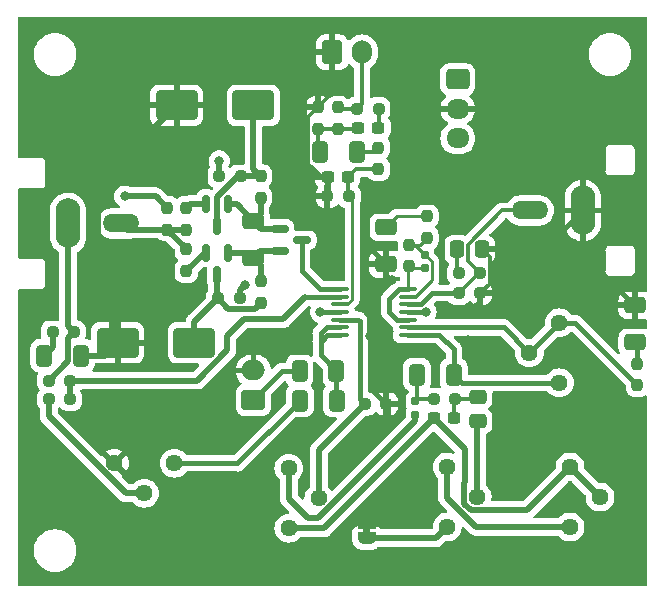
<source format=gbr>
%TF.GenerationSoftware,KiCad,Pcbnew,7.0.1*%
%TF.CreationDate,2023-05-10T23:06:59-04:00*%
%TF.ProjectId,reverb-driver,72657665-7262-42d6-9472-697665722e6b,rev?*%
%TF.SameCoordinates,Original*%
%TF.FileFunction,Copper,L1,Top*%
%TF.FilePolarity,Positive*%
%FSLAX46Y46*%
G04 Gerber Fmt 4.6, Leading zero omitted, Abs format (unit mm)*
G04 Created by KiCad (PCBNEW 7.0.1) date 2023-05-10 23:06:59*
%MOMM*%
%LPD*%
G01*
G04 APERTURE LIST*
G04 Aperture macros list*
%AMRoundRect*
0 Rectangle with rounded corners*
0 $1 Rounding radius*
0 $2 $3 $4 $5 $6 $7 $8 $9 X,Y pos of 4 corners*
0 Add a 4 corners polygon primitive as box body*
4,1,4,$2,$3,$4,$5,$6,$7,$8,$9,$2,$3,0*
0 Add four circle primitives for the rounded corners*
1,1,$1+$1,$2,$3*
1,1,$1+$1,$4,$5*
1,1,$1+$1,$6,$7*
1,1,$1+$1,$8,$9*
0 Add four rect primitives between the rounded corners*
20,1,$1+$1,$2,$3,$4,$5,0*
20,1,$1+$1,$4,$5,$6,$7,0*
20,1,$1+$1,$6,$7,$8,$9,0*
20,1,$1+$1,$8,$9,$2,$3,0*%
%AMFreePoly0*
4,1,19,0.500000,-0.750000,0.000000,-0.750000,0.000000,-0.744911,-0.071157,-0.744911,-0.207708,-0.704816,-0.327430,-0.627875,-0.420627,-0.520320,-0.479746,-0.390866,-0.500000,-0.250000,-0.500000,0.250000,-0.479746,0.390866,-0.420627,0.520320,-0.327430,0.627875,-0.207708,0.704816,-0.071157,0.744911,0.000000,0.744911,0.000000,0.750000,0.500000,0.750000,0.500000,-0.750000,0.500000,-0.750000,
$1*%
%AMFreePoly1*
4,1,19,0.000000,0.744911,0.071157,0.744911,0.207708,0.704816,0.327430,0.627875,0.420627,0.520320,0.479746,0.390866,0.500000,0.250000,0.500000,-0.250000,0.479746,-0.390866,0.420627,-0.520320,0.327430,-0.627875,0.207708,-0.704816,0.071157,-0.744911,0.000000,-0.744911,0.000000,-0.750000,-0.500000,-0.750000,-0.500000,0.750000,0.000000,0.750000,0.000000,0.744911,0.000000,0.744911,
$1*%
G04 Aperture macros list end*
%TA.AperFunction,ComponentPad*%
%ADD10O,2.100000X4.200000*%
%TD*%
%TA.AperFunction,ComponentPad*%
%ADD11O,3.100000X1.550000*%
%TD*%
%TA.AperFunction,SMDPad,CuDef*%
%ADD12RoundRect,0.100000X-0.637500X-0.100000X0.637500X-0.100000X0.637500X0.100000X-0.637500X0.100000X0*%
%TD*%
%TA.AperFunction,SMDPad,CuDef*%
%ADD13RoundRect,0.237500X0.300000X0.237500X-0.300000X0.237500X-0.300000X-0.237500X0.300000X-0.237500X0*%
%TD*%
%TA.AperFunction,SMDPad,CuDef*%
%ADD14RoundRect,0.237500X0.250000X0.237500X-0.250000X0.237500X-0.250000X-0.237500X0.250000X-0.237500X0*%
%TD*%
%TA.AperFunction,ComponentPad*%
%ADD15RoundRect,0.250000X-0.600000X-0.750000X0.600000X-0.750000X0.600000X0.750000X-0.600000X0.750000X0*%
%TD*%
%TA.AperFunction,ComponentPad*%
%ADD16O,1.700000X2.000000*%
%TD*%
%TA.AperFunction,SMDPad,CuDef*%
%ADD17RoundRect,0.237500X-0.300000X-0.237500X0.300000X-0.237500X0.300000X0.237500X-0.300000X0.237500X0*%
%TD*%
%TA.AperFunction,ComponentPad*%
%ADD18RoundRect,0.250000X0.750000X-0.600000X0.750000X0.600000X-0.750000X0.600000X-0.750000X-0.600000X0*%
%TD*%
%TA.AperFunction,ComponentPad*%
%ADD19O,2.000000X1.700000*%
%TD*%
%TA.AperFunction,SMDPad,CuDef*%
%ADD20FreePoly0,90.000000*%
%TD*%
%TA.AperFunction,SMDPad,CuDef*%
%ADD21FreePoly1,90.000000*%
%TD*%
%TA.AperFunction,SMDPad,CuDef*%
%ADD22RoundRect,0.237500X-0.250000X-0.237500X0.250000X-0.237500X0.250000X0.237500X-0.250000X0.237500X0*%
%TD*%
%TA.AperFunction,ComponentPad*%
%ADD23C,1.440000*%
%TD*%
%TA.AperFunction,SMDPad,CuDef*%
%ADD24RoundRect,0.237500X-0.237500X0.250000X-0.237500X-0.250000X0.237500X-0.250000X0.237500X0.250000X0*%
%TD*%
%TA.AperFunction,SMDPad,CuDef*%
%ADD25RoundRect,0.250000X-0.412500X-0.650000X0.412500X-0.650000X0.412500X0.650000X-0.412500X0.650000X0*%
%TD*%
%TA.AperFunction,SMDPad,CuDef*%
%ADD26RoundRect,0.237500X0.237500X-0.250000X0.237500X0.250000X-0.237500X0.250000X-0.237500X-0.250000X0*%
%TD*%
%TA.AperFunction,SMDPad,CuDef*%
%ADD27RoundRect,0.250000X0.412500X0.650000X-0.412500X0.650000X-0.412500X-0.650000X0.412500X-0.650000X0*%
%TD*%
%TA.AperFunction,SMDPad,CuDef*%
%ADD28RoundRect,0.155000X-0.155000X0.212500X-0.155000X-0.212500X0.155000X-0.212500X0.155000X0.212500X0*%
%TD*%
%TA.AperFunction,SMDPad,CuDef*%
%ADD29RoundRect,0.150000X-0.150000X0.587500X-0.150000X-0.587500X0.150000X-0.587500X0.150000X0.587500X0*%
%TD*%
%TA.AperFunction,SMDPad,CuDef*%
%ADD30RoundRect,0.150000X-0.587500X-0.150000X0.587500X-0.150000X0.587500X0.150000X-0.587500X0.150000X0*%
%TD*%
%TA.AperFunction,SMDPad,CuDef*%
%ADD31RoundRect,0.250000X0.337500X0.475000X-0.337500X0.475000X-0.337500X-0.475000X0.337500X-0.475000X0*%
%TD*%
%TA.AperFunction,SMDPad,CuDef*%
%ADD32RoundRect,0.250000X0.650000X-0.412500X0.650000X0.412500X-0.650000X0.412500X-0.650000X-0.412500X0*%
%TD*%
%TA.AperFunction,SMDPad,CuDef*%
%ADD33RoundRect,0.250000X-0.650000X0.412500X-0.650000X-0.412500X0.650000X-0.412500X0.650000X0.412500X0*%
%TD*%
%TA.AperFunction,SMDPad,CuDef*%
%ADD34RoundRect,0.250000X-1.500000X-1.000000X1.500000X-1.000000X1.500000X1.000000X-1.500000X1.000000X0*%
%TD*%
%TA.AperFunction,ComponentPad*%
%ADD35RoundRect,0.250000X-0.725000X0.600000X-0.725000X-0.600000X0.725000X-0.600000X0.725000X0.600000X0*%
%TD*%
%TA.AperFunction,ComponentPad*%
%ADD36O,1.950000X1.700000*%
%TD*%
%TA.AperFunction,SMDPad,CuDef*%
%ADD37RoundRect,0.250000X1.500000X1.000000X-1.500000X1.000000X-1.500000X-1.000000X1.500000X-1.000000X0*%
%TD*%
%TA.AperFunction,SMDPad,CuDef*%
%ADD38RoundRect,0.250000X-0.475000X0.337500X-0.475000X-0.337500X0.475000X-0.337500X0.475000X0.337500X0*%
%TD*%
%TA.AperFunction,ViaPad*%
%ADD39C,0.800000*%
%TD*%
%TA.AperFunction,Conductor*%
%ADD40C,0.300000*%
%TD*%
%TA.AperFunction,Conductor*%
%ADD41C,0.500000*%
%TD*%
%TA.AperFunction,Conductor*%
%ADD42C,0.250000*%
%TD*%
%TA.AperFunction,Conductor*%
%ADD43C,0.400000*%
%TD*%
G04 APERTURE END LIST*
%TA.AperFunction,EtchedComponent*%
%TO.C,JP1*%
G36*
X70700000Y-83550000D02*
G01*
X70100000Y-83550000D01*
X70100000Y-83050000D01*
X70700000Y-83050000D01*
X70700000Y-83550000D01*
G37*
%TD.AperFunction*%
%TD*%
D10*
%TO.P,J2,1*%
%TO.N,GND*%
X88687500Y-56200000D03*
D11*
%TO.P,J2,2*%
%TO.N,/tank_output*%
X84187500Y-56200000D03*
%TD*%
D12*
%TO.P,U1,1*%
%TO.N,Net-(D1-common)*%
X68137500Y-62850000D03*
%TO.P,U1,2,-*%
%TO.N,Net-(U1A--)*%
X68137500Y-63500000D03*
%TO.P,U1,3,+*%
%TO.N,Net-(U1A-+)*%
X68137500Y-64150000D03*
%TO.P,U1,4,V+*%
%TO.N,/+VB*%
X68137500Y-64800000D03*
%TO.P,U1,5,+*%
%TO.N,Net-(U1B-+)*%
X68137500Y-65450000D03*
%TO.P,U1,6,-*%
%TO.N,/feedback*%
X68137500Y-66100000D03*
%TO.P,U1,7*%
X68137500Y-66750000D03*
%TO.P,U1,8*%
%TO.N,Net-(C4-Pad1)*%
X73862500Y-66750000D03*
%TO.P,U1,9,-*%
%TO.N,Net-(U1C--)*%
X73862500Y-66100000D03*
%TO.P,U1,10,+*%
%TO.N,Net-(U1C-+)*%
X73862500Y-65450000D03*
%TO.P,U1,11,V-*%
%TO.N,/-VB*%
X73862500Y-64800000D03*
%TO.P,U1,12,+*%
%TO.N,/tank_output*%
X73862500Y-64150000D03*
%TO.P,U1,13,-*%
%TO.N,Net-(U1D--)*%
X73862500Y-63500000D03*
%TO.P,U1,14*%
%TO.N,Net-(U1C-+)*%
X73862500Y-62850000D03*
%TD*%
D13*
%TO.P,C17,1*%
%TO.N,Net-(C17-Pad1)*%
X71375000Y-49187500D03*
%TO.P,C17,2*%
%TO.N,Net-(C17-Pad2)*%
X69650000Y-49187500D03*
%TD*%
D14*
%TO.P,R13,1*%
%TO.N,/-VB*%
X59625000Y-63637500D03*
%TO.P,R13,2*%
%TO.N,Net-(Q2-C)*%
X57800000Y-63637500D03*
%TD*%
D15*
%TO.P,J5,1,Pin_1*%
%TO.N,GND*%
X67475000Y-42800000D03*
D16*
%TO.P,J5,2,Pin_2*%
%TO.N,Net-(J5-Pin_2)*%
X69975000Y-42800000D03*
%TD*%
D10*
%TO.P,J1,1*%
%TO.N,/fb*%
X45100000Y-57300000D03*
D11*
%TO.P,J1,2*%
%TO.N,/driver_out*%
X49600000Y-57300000D03*
%TD*%
D17*
%TO.P,C19,1*%
%TO.N,GND*%
X67075000Y-53400000D03*
%TO.P,C19,2*%
%TO.N,Net-(U1A-+)*%
X68800000Y-53400000D03*
%TD*%
D13*
%TO.P,C11,1*%
%TO.N,Net-(C11-Pad1)*%
X77800000Y-73800000D03*
%TO.P,C11,2*%
%TO.N,Net-(C11-Pad2)*%
X76075000Y-73800000D03*
%TD*%
D18*
%TO.P,J4,1,Pin_1*%
%TO.N,/out*%
X60800000Y-72250000D03*
D19*
%TO.P,J4,2,Pin_2*%
%TO.N,GND*%
X60800000Y-69750000D03*
%TD*%
D20*
%TO.P,JP1,1,A*%
%TO.N,Net-(JP1-A)*%
X70400000Y-83950000D03*
D21*
%TO.P,JP1,2,B*%
%TO.N,GND*%
X70400000Y-82650000D03*
%TD*%
D22*
%TO.P,R10,1*%
%TO.N,/tank_output*%
X78187500Y-63200000D03*
%TO.P,R10,2*%
%TO.N,GND*%
X80012500Y-63200000D03*
%TD*%
D23*
%TO.P,RV5,1,1*%
%TO.N,GND*%
X49020000Y-77600000D03*
%TO.P,RV5,2,2*%
%TO.N,Net-(R16-Pad2)*%
X51560000Y-80140000D03*
%TO.P,RV5,3,3*%
%TO.N,Net-(C16-Pad2)*%
X54100000Y-77600000D03*
%TD*%
D24*
%TO.P,R1,1*%
%TO.N,Net-(Q1-E)*%
X55100000Y-55987500D03*
%TO.P,R1,2*%
%TO.N,/driver_out*%
X55100000Y-57812500D03*
%TD*%
D25*
%TO.P,C18,1*%
%TO.N,Net-(C17-Pad2)*%
X66412500Y-51287500D03*
%TO.P,C18,2*%
%TO.N,Net-(C18-Pad2)*%
X69537500Y-51287500D03*
%TD*%
D26*
%TO.P,R5,1*%
%TO.N,/driver_out*%
X53500000Y-57812500D03*
%TO.P,R5,2*%
%TO.N,/fb*%
X53500000Y-55987500D03*
%TD*%
D24*
%TO.P,R3,1*%
%TO.N,Net-(Q1-C)*%
X61400000Y-53287500D03*
%TO.P,R3,2*%
%TO.N,Net-(D1-A)*%
X61400000Y-55112500D03*
%TD*%
D27*
%TO.P,C15,1*%
%TO.N,/feedback*%
X67825000Y-69800000D03*
%TO.P,C15,2*%
%TO.N,/out*%
X64700000Y-69800000D03*
%TD*%
D14*
%TO.P,R20,1*%
%TO.N,Net-(U1A-+)*%
X68887500Y-55000000D03*
%TO.P,R20,2*%
%TO.N,GND*%
X67062500Y-55000000D03*
%TD*%
D28*
%TO.P,C6,1*%
%TO.N,Net-(U1D--)*%
X75300000Y-59932500D03*
%TO.P,C6,2*%
%TO.N,Net-(U1C-+)*%
X75300000Y-61067500D03*
%TD*%
D23*
%TO.P,RV3,1,1*%
%TO.N,Net-(JP1-A)*%
X77200000Y-83000000D03*
%TO.P,RV3,2,2*%
%TO.N,Net-(C14-Pad2)*%
X79740000Y-80460000D03*
%TO.P,RV3,3,3*%
%TO.N,Net-(RV3-Pad3)*%
X77200000Y-77920000D03*
%TD*%
D26*
%TO.P,R19,1*%
%TO.N,Net-(C17-Pad2)*%
X66275000Y-49300000D03*
%TO.P,R19,2*%
%TO.N,GND*%
X66275000Y-47475000D03*
%TD*%
D27*
%TO.P,C16,1*%
%TO.N,/feedback*%
X67862500Y-72300000D03*
%TO.P,C16,2*%
%TO.N,Net-(C16-Pad2)*%
X64737500Y-72300000D03*
%TD*%
D29*
%TO.P,Q1,1,B*%
%TO.N,Net-(D1-A)*%
X58650000Y-55657500D03*
%TO.P,Q1,2,E*%
%TO.N,Net-(Q1-E)*%
X56750000Y-55657500D03*
%TO.P,Q1,3,C*%
%TO.N,Net-(Q1-C)*%
X57700000Y-57532500D03*
%TD*%
D24*
%TO.P,R18,1*%
%TO.N,Net-(J5-Pin_2)*%
X67975000Y-47475000D03*
%TO.P,R18,2*%
%TO.N,Net-(C17-Pad2)*%
X67975000Y-49300000D03*
%TD*%
D22*
%TO.P,R17,1*%
%TO.N,Net-(J5-Pin_2)*%
X69575000Y-47587500D03*
%TO.P,R17,2*%
%TO.N,Net-(C17-Pad1)*%
X71400000Y-47587500D03*
%TD*%
D29*
%TO.P,Q2,1,B*%
%TO.N,Net-(D1-K)*%
X58650000Y-59762500D03*
%TO.P,Q2,2,E*%
%TO.N,Net-(Q2-E)*%
X56750000Y-59762500D03*
%TO.P,Q2,3,C*%
%TO.N,Net-(Q2-C)*%
X57700000Y-61637500D03*
%TD*%
D24*
%TO.P,R4,1*%
%TO.N,Net-(D1-K)*%
X61400000Y-62187500D03*
%TO.P,R4,2*%
%TO.N,Net-(Q2-C)*%
X61400000Y-64012500D03*
%TD*%
D30*
%TO.P,D1,1,A*%
%TO.N,Net-(D1-A)*%
X63025000Y-57750000D03*
%TO.P,D1,2,K*%
%TO.N,Net-(D1-K)*%
X63025000Y-59650000D03*
%TO.P,D1,3,common*%
%TO.N,Net-(D1-common)*%
X64900000Y-58700000D03*
%TD*%
D31*
%TO.P,C5,1*%
%TO.N,GND*%
X80137500Y-59500000D03*
%TO.P,C5,2*%
%TO.N,Net-(C5-Pad2)*%
X78062500Y-59500000D03*
%TD*%
D32*
%TO.P,C7,1*%
%TO.N,GND*%
X72000000Y-60762500D03*
%TO.P,C7,2*%
%TO.N,Net-(C7-Pad2)*%
X72000000Y-57637500D03*
%TD*%
D33*
%TO.P,C2,1*%
%TO.N,Net-(D1-A)*%
X60800000Y-57075000D03*
%TO.P,C2,2*%
%TO.N,Net-(D1-K)*%
X60800000Y-60200000D03*
%TD*%
D24*
%TO.P,R2,1*%
%TO.N,/driver_out*%
X55100000Y-59500000D03*
%TO.P,R2,2*%
%TO.N,Net-(Q2-E)*%
X55100000Y-61325000D03*
%TD*%
%TO.P,R21,1*%
%TO.N,Net-(C18-Pad2)*%
X71375000Y-50875000D03*
%TO.P,R21,2*%
%TO.N,Net-(U1A-+)*%
X71375000Y-52700000D03*
%TD*%
D22*
%TO.P,R12,1*%
%TO.N,/+VB*%
X57907500Y-53287500D03*
%TO.P,R12,2*%
%TO.N,Net-(Q1-C)*%
X59732500Y-53287500D03*
%TD*%
D34*
%TO.P,C9,1*%
%TO.N,GND*%
X54292500Y-47300000D03*
%TO.P,C9,2*%
%TO.N,Net-(Q1-C)*%
X60792500Y-47300000D03*
%TD*%
D24*
%TO.P,R9,1*%
%TO.N,Net-(U1D--)*%
X74000000Y-59087500D03*
%TO.P,R9,2*%
%TO.N,Net-(U1C-+)*%
X74000000Y-60912500D03*
%TD*%
D35*
%TO.P,J3,1,Pin_1*%
%TO.N,/+VB*%
X78100000Y-45100000D03*
D36*
%TO.P,J3,2,Pin_2*%
%TO.N,GND*%
X78100000Y-47600000D03*
%TO.P,J3,3,Pin_3*%
%TO.N,/-VB*%
X78100000Y-50100000D03*
%TD*%
D14*
%TO.P,R6,1*%
%TO.N,/fb*%
X45612500Y-66500000D03*
%TO.P,R6,2*%
%TO.N,Net-(C3-Pad1)*%
X43787500Y-66500000D03*
%TD*%
%TO.P,R16,1*%
%TO.N,Net-(U1A--)*%
X45300000Y-72200000D03*
%TO.P,R16,2*%
%TO.N,Net-(R16-Pad2)*%
X43475000Y-72200000D03*
%TD*%
D23*
%TO.P,RV2,1,1*%
%TO.N,Net-(C11-Pad2)*%
X63800000Y-83100000D03*
%TO.P,RV2,2,2*%
%TO.N,Net-(U1B-+)*%
X66340000Y-80560000D03*
%TO.P,RV2,3,3*%
%TO.N,Net-(C1-Pad2)*%
X63800000Y-78020000D03*
%TD*%
%TO.P,RV1,1,1*%
%TO.N,Net-(U1C--)*%
X86700000Y-65720000D03*
%TO.P,RV1,2,2*%
X84160000Y-68260000D03*
%TO.P,RV1,3,3*%
%TO.N,Net-(C4-Pad1)*%
X86700000Y-70800000D03*
%TD*%
D14*
%TO.P,R15,1*%
%TO.N,Net-(U1A--)*%
X45300000Y-70600000D03*
%TO.P,R15,2*%
%TO.N,/fb*%
X43475000Y-70600000D03*
%TD*%
D26*
%TO.P,R8,1*%
%TO.N,Net-(U1D--)*%
X75500000Y-58512500D03*
%TO.P,R8,2*%
%TO.N,Net-(C7-Pad2)*%
X75500000Y-56687500D03*
%TD*%
D22*
%TO.P,R11,1*%
%TO.N,Net-(C5-Pad2)*%
X78187500Y-61500000D03*
%TO.P,R11,2*%
%TO.N,/tank_output*%
X80012500Y-61500000D03*
%TD*%
D26*
%TO.P,R7,1*%
%TO.N,Net-(U1C--)*%
X93300000Y-70987500D03*
%TO.P,R7,2*%
%TO.N,Net-(C10-Pad2)*%
X93300000Y-69162500D03*
%TD*%
D25*
%TO.P,C3,1*%
%TO.N,Net-(C3-Pad1)*%
X43075000Y-68500000D03*
%TO.P,C3,2*%
%TO.N,GND*%
X46200000Y-68500000D03*
%TD*%
D23*
%TO.P,RV4,1,1*%
%TO.N,Net-(RV3-Pad3)*%
X87600000Y-83000000D03*
%TO.P,RV4,2,2*%
%TO.N,Net-(C11-Pad2)*%
X90140000Y-80460000D03*
%TO.P,RV4,3,3*%
X87600000Y-77920000D03*
%TD*%
D37*
%TO.P,C8,1*%
%TO.N,Net-(Q2-C)*%
X55800000Y-67400000D03*
%TO.P,C8,2*%
%TO.N,GND*%
X49300000Y-67400000D03*
%TD*%
D33*
%TO.P,C10,1*%
%TO.N,GND*%
X93100000Y-64237500D03*
%TO.P,C10,2*%
%TO.N,Net-(C10-Pad2)*%
X93100000Y-67362500D03*
%TD*%
D28*
%TO.P,C1,1*%
%TO.N,Net-(C1-Pad1)*%
X74500000Y-72365000D03*
%TO.P,C1,2*%
%TO.N,Net-(C1-Pad2)*%
X74500000Y-73500000D03*
%TD*%
D22*
%TO.P,R14,1*%
%TO.N,Net-(C1-Pad1)*%
X76045000Y-72200000D03*
%TO.P,R14,2*%
%TO.N,Net-(C11-Pad1)*%
X77870000Y-72200000D03*
%TD*%
%TO.P,R22,1*%
%TO.N,Net-(U1B-+)*%
X70232500Y-72585000D03*
%TO.P,R22,2*%
%TO.N,GND*%
X72057500Y-72585000D03*
%TD*%
D38*
%TO.P,C14,1*%
%TO.N,Net-(C11-Pad1)*%
X79800000Y-71962500D03*
%TO.P,C14,2*%
%TO.N,Net-(C14-Pad2)*%
X79800000Y-74037500D03*
%TD*%
D27*
%TO.P,C4,1*%
%TO.N,Net-(C4-Pad1)*%
X77762500Y-70100000D03*
%TO.P,C4,2*%
%TO.N,Net-(C1-Pad1)*%
X74637500Y-70100000D03*
%TD*%
D39*
%TO.N,GND*%
X70700000Y-66804300D03*
X91157921Y-62342079D03*
X72200000Y-73800000D03*
X91100000Y-83600000D03*
X64800000Y-66100000D03*
X48847600Y-60800000D03*
X79000000Y-67200000D03*
X70400000Y-55800000D03*
X79700000Y-64400000D03*
X82500000Y-62600000D03*
X48847600Y-64900000D03*
X68000000Y-57700000D03*
X70600000Y-64800000D03*
X73900000Y-78400000D03*
X72500000Y-62100000D03*
X83100000Y-43300000D03*
X52246250Y-49346250D03*
X53000000Y-85900000D03*
X82400000Y-53200000D03*
X42200000Y-80300000D03*
X79300000Y-53700000D03*
%TO.N,/+VB*%
X57900000Y-52000000D03*
X66475000Y-64800000D03*
%TO.N,/-VB*%
X75400000Y-64800000D03*
X60100000Y-62500000D03*
%TO.N,/fb*%
X49900000Y-55000000D03*
%TD*%
D40*
%TO.N,Net-(C1-Pad1)*%
X74637500Y-70100000D02*
X74637500Y-72227500D01*
X76045000Y-72200000D02*
X74665000Y-72200000D01*
X74665000Y-72200000D02*
X74500000Y-72365000D01*
X74637500Y-72227500D02*
X74500000Y-72365000D01*
D41*
%TO.N,Net-(C1-Pad2)*%
X63800000Y-80600000D02*
X63800000Y-78020000D01*
X74500000Y-73987314D02*
X66287314Y-82200000D01*
X74500000Y-73500000D02*
X74500000Y-73987314D01*
X65400000Y-82200000D02*
X63800000Y-80600000D01*
X66287314Y-82200000D02*
X65400000Y-82200000D01*
%TO.N,Net-(D1-A)*%
X63025000Y-57750000D02*
X61475000Y-57750000D01*
X59382500Y-55657500D02*
X60800000Y-57075000D01*
X61400000Y-56475000D02*
X60800000Y-57075000D01*
X58650000Y-55657500D02*
X59382500Y-55657500D01*
X61475000Y-57750000D02*
X60800000Y-57075000D01*
X61400000Y-55112500D02*
X61400000Y-56475000D01*
%TO.N,Net-(D1-K)*%
X63025000Y-59650000D02*
X61350000Y-59650000D01*
X61400000Y-60800000D02*
X60800000Y-60200000D01*
X61350000Y-59650000D02*
X60800000Y-60200000D01*
X60362500Y-59762500D02*
X60800000Y-60200000D01*
X61400000Y-62187500D02*
X61400000Y-60800000D01*
X58650000Y-59762500D02*
X60362500Y-59762500D01*
%TO.N,Net-(C3-Pad1)*%
X43787500Y-67787500D02*
X43075000Y-68500000D01*
X43787500Y-66500000D02*
X43787500Y-67787500D01*
%TO.N,GND*%
X47647600Y-59600000D02*
X47647600Y-53944900D01*
X48847600Y-64900000D02*
X48847600Y-60800000D01*
D40*
X80802400Y-60164900D02*
X80137500Y-59500000D01*
D42*
X72000000Y-61600000D02*
X72500000Y-62100000D01*
D40*
X67475000Y-46275000D02*
X66275000Y-47475000D01*
D41*
X48847600Y-66947600D02*
X48847600Y-65300000D01*
X46200000Y-68500000D02*
X48200000Y-68500000D01*
D43*
X70600000Y-66704300D02*
X70700000Y-66804300D01*
D41*
X70400000Y-82650000D02*
X70400000Y-81900000D01*
D43*
X74500000Y-48400000D02*
X75300000Y-47600000D01*
D42*
X72000000Y-60762500D02*
X72000000Y-61600000D01*
D40*
X65447600Y-48302400D02*
X65447600Y-52247600D01*
D43*
X70400000Y-55800000D02*
X74500000Y-51700000D01*
X70700000Y-71227500D02*
X72057500Y-72585000D01*
D41*
X48847600Y-60800000D02*
X47647600Y-59600000D01*
X49300000Y-67400000D02*
X48847600Y-66947600D01*
D43*
X93028342Y-64212500D02*
X91115842Y-62300000D01*
D41*
X72200000Y-73800000D02*
X72200000Y-72727500D01*
D43*
X70700000Y-66804300D02*
X70700000Y-71227500D01*
X91115842Y-62300000D02*
X90000000Y-62300000D01*
X70600000Y-64800000D02*
X70600000Y-66704300D01*
D41*
X70400000Y-81900000D02*
X73900000Y-78400000D01*
X47647600Y-53944900D02*
X54292500Y-47300000D01*
D40*
X67475000Y-42800000D02*
X67475000Y-46275000D01*
D43*
X80012500Y-63200000D02*
X80012500Y-64087500D01*
X67075000Y-53400000D02*
X67075000Y-54987500D01*
D40*
X80012500Y-63200000D02*
X80802400Y-62410100D01*
D43*
X93300000Y-64212500D02*
X93028342Y-64212500D01*
X72000000Y-60762500D02*
X70400000Y-59162500D01*
X90000000Y-62300000D02*
X88687500Y-60987500D01*
D41*
X72200000Y-72727500D02*
X72057500Y-72585000D01*
D43*
X75300000Y-47600000D02*
X78100000Y-47600000D01*
X88687500Y-60987500D02*
X88687500Y-56200000D01*
D41*
X48200000Y-68500000D02*
X49300000Y-67400000D01*
D43*
X48847600Y-65300000D02*
X48847600Y-64900000D01*
D40*
X66600000Y-53400000D02*
X67075000Y-53400000D01*
X80802400Y-62410100D02*
X80802400Y-60164900D01*
D43*
X67062500Y-56762500D02*
X68000000Y-57700000D01*
X85387500Y-59500000D02*
X88687500Y-56200000D01*
D40*
X65447600Y-52247600D02*
X66600000Y-53400000D01*
D43*
X80137500Y-59500000D02*
X85387500Y-59500000D01*
X67062500Y-55000000D02*
X67062500Y-56762500D01*
X70400000Y-59162500D02*
X70400000Y-55800000D01*
D40*
X66275000Y-47475000D02*
X65447600Y-48302400D01*
D43*
X67075000Y-54987500D02*
X67062500Y-55000000D01*
X80012500Y-64087500D02*
X79700000Y-64400000D01*
X74500000Y-51700000D02*
X74500000Y-48400000D01*
%TO.N,Net-(C4-Pad1)*%
X78462500Y-70800000D02*
X77762500Y-70100000D01*
X77762500Y-67962500D02*
X77762500Y-70100000D01*
X76550000Y-66750000D02*
X77762500Y-67962500D01*
X73862500Y-66750000D02*
X76550000Y-66750000D01*
X86700000Y-70800000D02*
X78462500Y-70800000D01*
D40*
%TO.N,Net-(C5-Pad2)*%
X78062500Y-61375000D02*
X78187500Y-61500000D01*
X78062500Y-59500000D02*
X78062500Y-61375000D01*
D43*
%TO.N,Net-(U1C--)*%
X86700000Y-65720000D02*
X88032500Y-65720000D01*
X73862500Y-66100000D02*
X82000000Y-66100000D01*
X84160000Y-68260000D02*
X86700000Y-65720000D01*
X82000000Y-66100000D02*
X84160000Y-68260000D01*
X88032500Y-65720000D02*
X93300000Y-70987500D01*
D42*
%TO.N,Net-(C7-Pad2)*%
X75500000Y-56687500D02*
X72950000Y-56687500D01*
X72950000Y-56687500D02*
X72000000Y-57637500D01*
D41*
%TO.N,Net-(Q2-C)*%
X57800000Y-63637500D02*
X58677400Y-64514900D01*
X60897600Y-64514900D02*
X61400000Y-64012500D01*
X57700000Y-63537500D02*
X57800000Y-63637500D01*
X58677400Y-64514900D02*
X60897600Y-64514900D01*
X55800000Y-67400000D02*
X55800000Y-65637500D01*
X55800000Y-65637500D02*
X57800000Y-63637500D01*
X57700000Y-61637500D02*
X57700000Y-63537500D01*
%TO.N,Net-(Q1-C)*%
X60792500Y-52680000D02*
X61400000Y-53287500D01*
X57700000Y-55088788D02*
X57700000Y-57532500D01*
X59732500Y-53287500D02*
X61400000Y-53287500D01*
X59732500Y-53287500D02*
X59501288Y-53287500D01*
X59501288Y-53287500D02*
X57700000Y-55088788D01*
X60792500Y-47300000D02*
X60792500Y-52680000D01*
D43*
%TO.N,Net-(C10-Pad2)*%
X93300000Y-69162500D02*
X93300000Y-67337500D01*
D40*
%TO.N,Net-(C11-Pad1)*%
X77870000Y-72200000D02*
X79562500Y-72200000D01*
X79562500Y-72200000D02*
X79800000Y-71962500D01*
X77800000Y-72270000D02*
X77870000Y-72200000D01*
X77800000Y-73800000D02*
X77800000Y-72270000D01*
D41*
%TO.N,Net-(C11-Pad2)*%
X90140000Y-80460000D02*
X87600000Y-77920000D01*
X78700000Y-79200000D02*
X78617600Y-79282400D01*
X66775000Y-83100000D02*
X76075000Y-73800000D01*
X78617600Y-79282400D02*
X78617600Y-81017600D01*
X78700000Y-76425000D02*
X78700000Y-79200000D01*
X83937600Y-81582400D02*
X87600000Y-77920000D01*
X78617600Y-81017600D02*
X79182400Y-81582400D01*
X79182400Y-81582400D02*
X83937600Y-81582400D01*
X63800000Y-83100000D02*
X66775000Y-83100000D01*
X76075000Y-73800000D02*
X78700000Y-76425000D01*
D43*
%TO.N,/+VB*%
X68137500Y-64800000D02*
X66475000Y-64800000D01*
D41*
X57900000Y-53280000D02*
X57907500Y-53287500D01*
X57900000Y-52000000D02*
X57900000Y-53280000D01*
%TO.N,/-VB*%
X59625000Y-63637500D02*
X59625000Y-62975000D01*
X59625000Y-62975000D02*
X60100000Y-62500000D01*
D43*
X73862500Y-64800000D02*
X75400000Y-64800000D01*
D41*
%TO.N,Net-(C14-Pad2)*%
X79800000Y-74037500D02*
X79740000Y-74097500D01*
X79740000Y-74097500D02*
X79740000Y-80460000D01*
D43*
%TO.N,/feedback*%
X67825000Y-72262500D02*
X67862500Y-72300000D01*
X68137500Y-66100000D02*
X67000000Y-66100000D01*
X66500000Y-66600000D02*
X66500000Y-67300000D01*
X67825000Y-69800000D02*
X67825000Y-72262500D01*
X66500000Y-68475000D02*
X67825000Y-69800000D01*
X66500000Y-67300000D02*
X66500000Y-68475000D01*
X67000000Y-66100000D02*
X66500000Y-66600000D01*
X68137500Y-66750000D02*
X67050000Y-66750000D01*
X67050000Y-66750000D02*
X66500000Y-67300000D01*
%TO.N,/out*%
X64700000Y-69800000D02*
X63250000Y-69800000D01*
X63250000Y-69800000D02*
X60800000Y-72250000D01*
%TO.N,Net-(C16-Pad2)*%
X64737500Y-72300000D02*
X59437500Y-77600000D01*
X59437500Y-77600000D02*
X54100000Y-77600000D01*
D40*
%TO.N,Net-(C17-Pad1)*%
X71400000Y-47587500D02*
X71400000Y-49162500D01*
X71400000Y-49162500D02*
X71375000Y-49187500D01*
%TO.N,Net-(C17-Pad2)*%
X67975000Y-49300000D02*
X69537500Y-49300000D01*
X66275000Y-51150000D02*
X66412500Y-51287500D01*
X69537500Y-49300000D02*
X69650000Y-49187500D01*
X66275000Y-49300000D02*
X66275000Y-51150000D01*
X67975000Y-49300000D02*
X66275000Y-49300000D01*
%TO.N,Net-(C18-Pad2)*%
X69537500Y-51287500D02*
X70962500Y-51287500D01*
X70962500Y-51287500D02*
X71375000Y-50875000D01*
D42*
%TO.N,Net-(U1A-+)*%
X68137500Y-64150000D02*
X68758724Y-64150000D01*
X69152400Y-55264900D02*
X68887500Y-55000000D01*
X69152400Y-63756324D02*
X69152400Y-55264900D01*
D40*
X68800000Y-54912500D02*
X68887500Y-55000000D01*
X71375000Y-52700000D02*
X69500000Y-52700000D01*
D42*
X68758724Y-64150000D02*
X69152400Y-63756324D01*
D40*
X68800000Y-53400000D02*
X68800000Y-54912500D01*
X69500000Y-52700000D02*
X68800000Y-53400000D01*
D43*
%TO.N,Net-(D1-common)*%
X64900000Y-61300000D02*
X64900000Y-58700000D01*
X66450000Y-62850000D02*
X64900000Y-61300000D01*
X68137500Y-62850000D02*
X66450000Y-62850000D01*
D41*
%TO.N,/fb*%
X45100000Y-65987500D02*
X45100000Y-57300000D01*
X45135100Y-66977400D02*
X45135100Y-68939900D01*
X45135100Y-68939900D02*
X43475000Y-70600000D01*
X45612500Y-66500000D02*
X45100000Y-65987500D01*
X45612500Y-66500000D02*
X45135100Y-66977400D01*
X52512500Y-55000000D02*
X53500000Y-55987500D01*
X49900000Y-55000000D02*
X52512500Y-55000000D01*
%TO.N,/driver_out*%
X50112500Y-57812500D02*
X49600000Y-57300000D01*
X55100000Y-57812500D02*
X53500000Y-57812500D01*
X53500000Y-57812500D02*
X50112500Y-57812500D01*
X55100000Y-59412500D02*
X53500000Y-57812500D01*
X55100000Y-59500000D02*
X55100000Y-59412500D01*
D40*
%TO.N,/tank_output*%
X80012500Y-61500000D02*
X78952400Y-60439900D01*
X80012500Y-61500000D02*
X79887500Y-61500000D01*
X78952400Y-59091388D02*
X81843788Y-56200000D01*
D43*
X75935945Y-63200000D02*
X78187500Y-63200000D01*
D40*
X78952400Y-60439900D02*
X78952400Y-59091388D01*
X81843788Y-56200000D02*
X84187500Y-56200000D01*
D43*
X73862500Y-64150000D02*
X74985945Y-64150000D01*
D40*
X79887500Y-61500000D02*
X78187500Y-63200000D01*
D43*
X74985945Y-64150000D02*
X75935945Y-63200000D01*
D40*
%TO.N,Net-(J5-Pin_2)*%
X69975000Y-47187500D02*
X69575000Y-47587500D01*
X69975000Y-42800000D02*
X69975000Y-47187500D01*
X69575000Y-47587500D02*
X68087500Y-47587500D01*
X68087500Y-47587500D02*
X67975000Y-47475000D01*
D41*
%TO.N,Net-(JP1-A)*%
X76250000Y-83950000D02*
X77200000Y-83000000D01*
X70400000Y-83950000D02*
X76250000Y-83950000D01*
%TO.N,Net-(Q1-E)*%
X56750000Y-55657500D02*
X55430000Y-55657500D01*
X55430000Y-55657500D02*
X55100000Y-55987500D01*
%TO.N,Net-(Q2-E)*%
X56662500Y-59762500D02*
X55100000Y-61325000D01*
X56750000Y-59762500D02*
X56662500Y-59762500D01*
D42*
%TO.N,Net-(U1D--)*%
X73862500Y-63500000D02*
X74483724Y-63500000D01*
X74925000Y-59087500D02*
X75500000Y-58512500D01*
X74483724Y-63500000D02*
X75887400Y-62096324D01*
X75887400Y-62096324D02*
X75887400Y-60519900D01*
X75887400Y-60519900D02*
X75300000Y-59932500D01*
X74000000Y-59087500D02*
X74925000Y-59087500D01*
X74000000Y-59087500D02*
X74455000Y-59087500D01*
X74455000Y-59087500D02*
X75300000Y-59932500D01*
D41*
%TO.N,Net-(U1A--)*%
X58600000Y-66800000D02*
X60000000Y-65400000D01*
X45300000Y-70600000D02*
X45300000Y-72200000D01*
X45300000Y-70600000D02*
X56022633Y-70600000D01*
X58600000Y-68022633D02*
X58600000Y-66800000D01*
X56022633Y-70600000D02*
X58600000Y-68022633D01*
D43*
X68137500Y-63500000D02*
X65200000Y-63500000D01*
D41*
X60000000Y-65400000D02*
X63300000Y-65400000D01*
X63300000Y-65400000D02*
X65200000Y-63500000D01*
%TO.N,Net-(R16-Pad2)*%
X49972686Y-80140000D02*
X51560000Y-80140000D01*
X43475000Y-73642314D02*
X49972686Y-80140000D01*
X43475000Y-72200000D02*
X43475000Y-73642314D01*
D43*
%TO.N,Net-(U1B-+)*%
X70232500Y-72585000D02*
X69800000Y-72152500D01*
X69800000Y-65600000D02*
X69650000Y-65450000D01*
X69650000Y-65450000D02*
X68137500Y-65450000D01*
X69800000Y-72152500D02*
X69800000Y-65600000D01*
D41*
X66340000Y-76477500D02*
X66340000Y-80560000D01*
X70232500Y-72585000D02*
X66340000Y-76477500D01*
%TO.N,Net-(RV3-Pad3)*%
X77200000Y-80522632D02*
X77200000Y-77920000D01*
X79677368Y-83000000D02*
X77200000Y-80522632D01*
X87600000Y-83000000D02*
X79677368Y-83000000D01*
D42*
%TO.N,Net-(U1C-+)*%
X73862500Y-61050000D02*
X74000000Y-60912500D01*
D43*
X73862500Y-62850000D02*
X73135210Y-62850000D01*
X72940010Y-65450000D02*
X73862500Y-65450000D01*
D42*
X74155000Y-61067500D02*
X74000000Y-60912500D01*
D43*
X73135210Y-62850000D02*
X72300000Y-63685210D01*
D42*
X75300000Y-61067500D02*
X74155000Y-61067500D01*
X73862500Y-62850000D02*
X73862500Y-61050000D01*
D43*
X72300000Y-64809990D02*
X72940010Y-65450000D01*
X72300000Y-63685210D02*
X72300000Y-64809990D01*
%TD*%
%TA.AperFunction,Conductor*%
%TO.N,GND*%
G36*
X94056500Y-39798113D02*
G01*
X94101887Y-39843500D01*
X94118500Y-39905500D01*
X94118500Y-62985284D01*
X94104903Y-63041740D01*
X94067093Y-63085814D01*
X94013363Y-63107841D01*
X93955496Y-63102990D01*
X93902696Y-63085493D01*
X93799979Y-63075000D01*
X93350000Y-63075000D01*
X93350000Y-65399999D01*
X93799979Y-65399999D01*
X93902695Y-65389506D01*
X93955496Y-65372010D01*
X94013363Y-65367159D01*
X94067093Y-65389186D01*
X94104903Y-65433261D01*
X94118500Y-65489716D01*
X94118500Y-66109758D01*
X94104903Y-66166214D01*
X94067093Y-66210288D01*
X94013362Y-66232315D01*
X93955497Y-66227464D01*
X93922183Y-66216425D01*
X93902795Y-66210000D01*
X93800009Y-66199500D01*
X92399991Y-66199500D01*
X92297203Y-66210000D01*
X92130665Y-66265186D01*
X91981342Y-66357288D01*
X91857288Y-66481342D01*
X91765186Y-66630665D01*
X91710000Y-66797202D01*
X91699500Y-66899990D01*
X91699500Y-67825008D01*
X91710000Y-67927796D01*
X91765186Y-68094334D01*
X91800111Y-68150957D01*
X91818287Y-68207644D01*
X91807949Y-68266269D01*
X91771481Y-68313321D01*
X91717287Y-68337955D01*
X91657858Y-68334493D01*
X91606891Y-68303734D01*
X88545440Y-65242283D01*
X88540322Y-65236847D01*
X88500429Y-65191817D01*
X88494315Y-65187597D01*
X88459346Y-65163459D01*
X88450932Y-65157651D01*
X88444905Y-65153216D01*
X88397554Y-65116120D01*
X88388313Y-65111961D01*
X88368773Y-65100941D01*
X88360430Y-65095182D01*
X88360427Y-65095181D01*
X88360426Y-65095180D01*
X88304201Y-65073856D01*
X88297283Y-65070991D01*
X88242429Y-65046303D01*
X88232452Y-65044475D01*
X88210839Y-65038450D01*
X88201373Y-65034860D01*
X88141672Y-65027610D01*
X88134271Y-65026483D01*
X88075107Y-65015641D01*
X88015066Y-65019274D01*
X88007579Y-65019500D01*
X87764010Y-65019500D01*
X87706753Y-65005489D01*
X87662435Y-64966623D01*
X87638530Y-64932483D01*
X87638529Y-64932481D01*
X87487519Y-64781471D01*
X87487518Y-64781470D01*
X87487516Y-64781468D01*
X87312582Y-64658979D01*
X87119031Y-64568724D01*
X86912744Y-64513450D01*
X86700000Y-64494837D01*
X86487255Y-64513450D01*
X86280968Y-64568724D01*
X86087417Y-64658979D01*
X85912479Y-64781471D01*
X85761471Y-64932479D01*
X85638979Y-65107417D01*
X85548724Y-65300968D01*
X85493450Y-65507255D01*
X85474837Y-65720000D01*
X85488663Y-65878037D01*
X85481657Y-65931255D01*
X85452816Y-65976525D01*
X84416525Y-67012816D01*
X84371255Y-67041657D01*
X84318037Y-67048663D01*
X84160000Y-67034837D01*
X84001962Y-67048664D01*
X83948744Y-67041658D01*
X83903474Y-67012817D01*
X82512940Y-65622283D01*
X82507822Y-65616847D01*
X82467929Y-65571817D01*
X82467678Y-65571644D01*
X82418436Y-65537654D01*
X82412405Y-65533216D01*
X82365054Y-65496120D01*
X82355813Y-65491961D01*
X82336273Y-65480941D01*
X82327930Y-65475182D01*
X82327927Y-65475181D01*
X82327926Y-65475180D01*
X82271701Y-65453856D01*
X82264783Y-65450991D01*
X82209929Y-65426303D01*
X82199952Y-65424475D01*
X82178339Y-65418450D01*
X82168873Y-65414860D01*
X82109172Y-65407610D01*
X82101771Y-65406483D01*
X82042607Y-65395641D01*
X81982566Y-65399274D01*
X81975079Y-65399500D01*
X76308461Y-65399500D01*
X76246461Y-65382887D01*
X76201074Y-65337500D01*
X76184461Y-65275500D01*
X76201074Y-65213500D01*
X76227179Y-65168284D01*
X76239625Y-65129978D01*
X76285674Y-64988256D01*
X76305460Y-64800000D01*
X76285674Y-64611744D01*
X76247604Y-64494576D01*
X76245305Y-64487500D01*
X91700001Y-64487500D01*
X91700001Y-64699979D01*
X91710493Y-64802695D01*
X91765642Y-64969122D01*
X91857683Y-65118345D01*
X91981654Y-65242316D01*
X92130877Y-65334357D01*
X92297303Y-65389506D01*
X92400021Y-65400000D01*
X92850000Y-65400000D01*
X92850000Y-64487500D01*
X91700001Y-64487500D01*
X76245305Y-64487500D01*
X76227179Y-64431715D01*
X76132533Y-64267783D01*
X76081585Y-64211200D01*
X76052913Y-64156122D01*
X76054539Y-64094049D01*
X76086052Y-64040549D01*
X76189785Y-63936816D01*
X76230012Y-63909939D01*
X76277464Y-63900500D01*
X77305448Y-63900500D01*
X77352901Y-63909939D01*
X77393126Y-63936816D01*
X77476650Y-64020340D01*
X77607093Y-64100798D01*
X77623484Y-64110908D01*
X77787246Y-64165174D01*
X77796614Y-64166131D01*
X77888323Y-64175500D01*
X78486676Y-64175499D01*
X78587753Y-64165174D01*
X78751516Y-64110908D01*
X78898350Y-64020340D01*
X79012673Y-63906016D01*
X79068259Y-63873924D01*
X79132446Y-63873924D01*
X79188034Y-63906018D01*
X79301959Y-64019943D01*
X79448698Y-64110453D01*
X79612348Y-64164681D01*
X79713353Y-64175000D01*
X79762500Y-64175000D01*
X79762500Y-63450000D01*
X80262500Y-63450000D01*
X80262500Y-64174999D01*
X80311647Y-64174999D01*
X80412650Y-64164681D01*
X80576301Y-64110453D01*
X80723040Y-64019943D01*
X80755483Y-63987500D01*
X91700000Y-63987500D01*
X92850000Y-63987500D01*
X92850000Y-63075001D01*
X92400021Y-63075001D01*
X92297304Y-63085493D01*
X92130877Y-63140642D01*
X91981654Y-63232683D01*
X91857683Y-63356654D01*
X91765642Y-63505877D01*
X91710493Y-63672303D01*
X91700000Y-63775021D01*
X91700000Y-63987500D01*
X80755483Y-63987500D01*
X80844943Y-63898040D01*
X80935453Y-63751301D01*
X80989681Y-63587651D01*
X81000000Y-63486647D01*
X81000000Y-63450000D01*
X80262500Y-63450000D01*
X79762500Y-63450000D01*
X79762500Y-63074000D01*
X79779113Y-63012000D01*
X79824500Y-62966613D01*
X79886500Y-62950000D01*
X80999999Y-62950000D01*
X80999999Y-62913353D01*
X80989681Y-62812349D01*
X80935453Y-62648698D01*
X80844945Y-62501962D01*
X80781017Y-62438035D01*
X80748923Y-62382447D01*
X80748923Y-62318259D01*
X80781016Y-62262673D01*
X80845340Y-62198350D01*
X80935908Y-62051516D01*
X80990174Y-61887753D01*
X81000500Y-61786677D01*
X81000499Y-61381941D01*
X90602046Y-61381941D01*
X90612542Y-61423389D01*
X90614644Y-61433416D01*
X90621681Y-61475585D01*
X90621994Y-61476163D01*
X90633140Y-61504728D01*
X90633302Y-61505366D01*
X90656691Y-61541167D01*
X90661929Y-61549958D01*
X90682279Y-61587561D01*
X90682759Y-61588003D01*
X90702582Y-61611408D01*
X90702940Y-61611956D01*
X90736673Y-61638211D01*
X90744495Y-61644835D01*
X90775955Y-61673796D01*
X90776552Y-61674058D01*
X90802897Y-61689756D01*
X90803410Y-61690155D01*
X90803412Y-61690155D01*
X90803415Y-61690158D01*
X90843859Y-61704042D01*
X90853383Y-61707758D01*
X90892552Y-61724940D01*
X90893202Y-61724993D01*
X90923226Y-61731290D01*
X90923838Y-61731500D01*
X90923839Y-61731500D01*
X90966587Y-61731500D01*
X90976825Y-61731923D01*
X90979830Y-61732171D01*
X91019440Y-61735454D01*
X91020071Y-61735294D01*
X91050511Y-61731500D01*
X92666587Y-61731500D01*
X92676825Y-61731923D01*
X92680060Y-61732191D01*
X92719440Y-61735454D01*
X92760896Y-61724954D01*
X92770916Y-61722854D01*
X92813086Y-61715818D01*
X92813659Y-61715507D01*
X92842234Y-61704357D01*
X92842866Y-61704198D01*
X92878658Y-61680813D01*
X92887464Y-61675567D01*
X92896739Y-61670547D01*
X92925062Y-61655220D01*
X92925496Y-61654747D01*
X92948914Y-61634914D01*
X92949456Y-61634560D01*
X92975731Y-61600799D01*
X92982325Y-61593014D01*
X93011295Y-61561546D01*
X93011554Y-61560954D01*
X93027260Y-61534595D01*
X93027658Y-61534085D01*
X93041540Y-61493645D01*
X93045259Y-61484113D01*
X93062440Y-61444948D01*
X93062493Y-61444296D01*
X93068788Y-61414275D01*
X93069000Y-61413661D01*
X93069000Y-61370913D01*
X93069423Y-61360675D01*
X93070100Y-61352499D01*
X93072954Y-61318060D01*
X93072794Y-61317428D01*
X93069000Y-61286989D01*
X93069000Y-59570913D01*
X93069423Y-59560675D01*
X93071463Y-59536050D01*
X93072954Y-59518060D01*
X93062451Y-59476588D01*
X93060353Y-59466578D01*
X93059597Y-59462048D01*
X93053318Y-59424414D01*
X93053007Y-59423839D01*
X93041858Y-59395265D01*
X93041698Y-59394634D01*
X93018308Y-59358831D01*
X93013063Y-59350029D01*
X93010525Y-59345340D01*
X92992720Y-59312438D01*
X92992241Y-59311997D01*
X92972417Y-59288590D01*
X92972060Y-59288044D01*
X92972058Y-59288042D01*
X92938318Y-59261782D01*
X92930498Y-59255158D01*
X92899045Y-59226204D01*
X92898443Y-59225940D01*
X92872107Y-59210247D01*
X92871586Y-59209842D01*
X92831147Y-59195958D01*
X92821604Y-59192235D01*
X92803240Y-59184180D01*
X92782448Y-59175060D01*
X92782447Y-59175059D01*
X92782445Y-59175059D01*
X92781791Y-59175005D01*
X92751782Y-59168712D01*
X92751164Y-59168500D01*
X92751161Y-59168500D01*
X92708413Y-59168500D01*
X92698175Y-59168077D01*
X92684048Y-59166906D01*
X92655560Y-59164546D01*
X92655559Y-59164546D01*
X92654928Y-59164706D01*
X92624489Y-59168500D01*
X91008413Y-59168500D01*
X90998175Y-59168077D01*
X90987587Y-59167199D01*
X90955559Y-59164546D01*
X90955557Y-59164546D01*
X90914109Y-59175041D01*
X90904084Y-59177143D01*
X90861914Y-59184180D01*
X90861330Y-59184497D01*
X90832774Y-59195640D01*
X90832135Y-59195801D01*
X90796332Y-59219191D01*
X90787535Y-59224432D01*
X90749937Y-59244780D01*
X90749492Y-59245264D01*
X90726098Y-59265077D01*
X90725547Y-59265436D01*
X90699282Y-59299181D01*
X90692662Y-59306997D01*
X90663703Y-59338455D01*
X90663438Y-59339061D01*
X90647751Y-59365388D01*
X90647343Y-59365912D01*
X90633459Y-59406350D01*
X90629736Y-59415891D01*
X90612559Y-59455052D01*
X90612505Y-59455709D01*
X90606213Y-59485717D01*
X90606000Y-59486338D01*
X90606000Y-59529087D01*
X90605577Y-59539325D01*
X90602046Y-59581941D01*
X90602206Y-59582572D01*
X90606000Y-59613011D01*
X90606000Y-61329087D01*
X90605577Y-61339325D01*
X90602046Y-61381941D01*
X81000499Y-61381941D01*
X81000499Y-61213324D01*
X80990174Y-61112247D01*
X80935908Y-60948484D01*
X80845340Y-60801650D01*
X80845339Y-60801649D01*
X80837731Y-60789314D01*
X80838541Y-60788814D01*
X80819239Y-60758023D01*
X80813204Y-60702916D01*
X80831785Y-60650686D01*
X80871269Y-60611773D01*
X80943345Y-60567316D01*
X81067316Y-60443345D01*
X81159357Y-60294122D01*
X81214506Y-60127696D01*
X81225000Y-60024979D01*
X81225000Y-59750000D01*
X80011500Y-59750000D01*
X79949500Y-59733387D01*
X79904113Y-59688000D01*
X79887500Y-59626000D01*
X79887500Y-59374000D01*
X79904113Y-59312000D01*
X79949500Y-59266613D01*
X80011500Y-59250000D01*
X81224999Y-59250000D01*
X81224999Y-58975021D01*
X81214506Y-58872304D01*
X81159357Y-58705877D01*
X81067316Y-58556654D01*
X80943344Y-58432682D01*
X80821814Y-58357721D01*
X80782330Y-58318808D01*
X80763749Y-58266578D01*
X80769785Y-58211472D01*
X80799226Y-58164507D01*
X82076915Y-56886818D01*
X82117143Y-56859939D01*
X82164596Y-56850500D01*
X82240114Y-56850500D01*
X82293916Y-56862780D01*
X82337061Y-56897187D01*
X82486848Y-57085014D01*
X82659745Y-57236069D01*
X82659746Y-57236070D01*
X82659749Y-57236072D01*
X82816310Y-57329613D01*
X82856846Y-57353832D01*
X83071800Y-57434506D01*
X83297700Y-57475500D01*
X83297703Y-57475500D01*
X85019784Y-57475500D01*
X85019787Y-57475500D01*
X85191170Y-57460075D01*
X85412490Y-57398995D01*
X85535822Y-57339602D01*
X85619345Y-57299380D01*
X85619348Y-57299378D01*
X85805093Y-57164425D01*
X85963757Y-56998476D01*
X86090240Y-56806863D01*
X86180476Y-56595744D01*
X86213742Y-56450000D01*
X87137500Y-56450000D01*
X87137500Y-57312469D01*
X87152594Y-57499445D01*
X87212486Y-57742435D01*
X87310577Y-57972664D01*
X87444332Y-58184179D01*
X87610283Y-58371500D01*
X87804134Y-58529774D01*
X88020864Y-58654903D01*
X88254860Y-58743647D01*
X88437500Y-58780932D01*
X88437500Y-56450000D01*
X88937500Y-56450000D01*
X88937500Y-58781030D01*
X88998550Y-58773616D01*
X89238926Y-58703989D01*
X89465020Y-58596708D01*
X89670979Y-58454543D01*
X89851465Y-58281184D01*
X90001808Y-58081115D01*
X90118107Y-57859527D01*
X90197357Y-57622143D01*
X90237500Y-57375130D01*
X90237500Y-56450000D01*
X88937500Y-56450000D01*
X88437500Y-56450000D01*
X87137500Y-56450000D01*
X86213742Y-56450000D01*
X86231566Y-56371907D01*
X86241866Y-56142544D01*
X86215784Y-55950000D01*
X87137500Y-55950000D01*
X88437500Y-55950000D01*
X88437500Y-53619067D01*
X88937500Y-53619067D01*
X88937500Y-55950000D01*
X90237500Y-55950000D01*
X90237500Y-55087531D01*
X90222405Y-54900554D01*
X90162513Y-54657564D01*
X90064422Y-54427335D01*
X89930667Y-54215820D01*
X89764716Y-54028499D01*
X89570865Y-53870225D01*
X89354135Y-53745096D01*
X89120139Y-53656352D01*
X88937500Y-53619067D01*
X88437500Y-53619067D01*
X88437500Y-53618970D01*
X88376449Y-53626383D01*
X88136073Y-53696010D01*
X87909979Y-53803291D01*
X87704020Y-53945456D01*
X87523534Y-54118815D01*
X87373191Y-54318884D01*
X87256892Y-54540472D01*
X87177642Y-54777856D01*
X87137500Y-55024870D01*
X87137500Y-55950000D01*
X86215784Y-55950000D01*
X86211047Y-55915027D01*
X86140099Y-55696670D01*
X86031301Y-55494490D01*
X86004788Y-55461243D01*
X85888153Y-55314987D01*
X85715254Y-55163930D01*
X85699740Y-55154661D01*
X85548154Y-55064092D01*
X85518153Y-55046167D01*
X85303199Y-54965493D01*
X85077300Y-54924500D01*
X85077297Y-54924500D01*
X83355213Y-54924500D01*
X83183830Y-54939925D01*
X83183827Y-54939925D01*
X83183825Y-54939926D01*
X82962510Y-55001004D01*
X82755654Y-55100619D01*
X82657602Y-55171860D01*
X82569907Y-55235575D01*
X82569905Y-55235576D01*
X82569905Y-55235577D01*
X82411242Y-55401523D01*
X82350325Y-55493811D01*
X82305598Y-55534694D01*
X82246838Y-55549500D01*
X81929292Y-55549500D01*
X81908082Y-55547158D01*
X81835525Y-55549439D01*
X81831630Y-55549500D01*
X81802859Y-55549500D01*
X81798478Y-55550053D01*
X81786847Y-55550968D01*
X81741216Y-55552402D01*
X81720840Y-55558322D01*
X81701794Y-55562267D01*
X81680727Y-55564928D01*
X81638280Y-55581734D01*
X81627233Y-55585516D01*
X81583389Y-55598255D01*
X81565118Y-55609060D01*
X81547652Y-55617617D01*
X81527917Y-55625431D01*
X81490990Y-55652260D01*
X81481230Y-55658671D01*
X81441924Y-55681917D01*
X81426913Y-55696928D01*
X81412124Y-55709558D01*
X81394952Y-55722034D01*
X81365845Y-55757218D01*
X81357984Y-55765856D01*
X78821728Y-58302112D01*
X78762643Y-58335089D01*
X78695043Y-58332137D01*
X78654820Y-58318808D01*
X78552797Y-58285000D01*
X78450009Y-58274500D01*
X77674991Y-58274500D01*
X77572203Y-58285000D01*
X77405665Y-58340186D01*
X77256342Y-58432288D01*
X77132288Y-58556342D01*
X77040186Y-58705665D01*
X76985000Y-58872202D01*
X76974500Y-58974990D01*
X76974500Y-60025008D01*
X76985000Y-60127796D01*
X77040186Y-60294334D01*
X77132288Y-60443657D01*
X77256342Y-60567711D01*
X77328367Y-60612136D01*
X77367850Y-60651047D01*
X77386432Y-60703274D01*
X77380400Y-60758379D01*
X77361361Y-60788754D01*
X77362269Y-60789314D01*
X77264091Y-60948484D01*
X77209825Y-61112246D01*
X77199500Y-61213323D01*
X77199500Y-61786676D01*
X77209825Y-61887752D01*
X77264091Y-62051515D01*
X77354661Y-62198352D01*
X77418628Y-62262319D01*
X77450722Y-62317906D01*
X77450722Y-62382092D01*
X77418630Y-62437680D01*
X77393127Y-62463182D01*
X77352902Y-62490061D01*
X77305448Y-62499500D01*
X76589215Y-62499500D01*
X76527776Y-62483209D01*
X76482480Y-62438617D01*
X76465230Y-62377440D01*
X76473404Y-62344540D01*
X76469701Y-62343590D01*
X76478579Y-62309012D01*
X76484880Y-62290607D01*
X76492838Y-62272219D01*
X76499670Y-62229072D01*
X76502039Y-62217640D01*
X76512900Y-62175344D01*
X76512900Y-62155308D01*
X76514427Y-62135909D01*
X76515091Y-62131714D01*
X76517560Y-62116128D01*
X76513450Y-62072649D01*
X76512900Y-62060980D01*
X76512900Y-60602641D01*
X76515163Y-60582137D01*
X76514697Y-60567316D01*
X76512961Y-60512045D01*
X76512900Y-60508151D01*
X76512900Y-60480557D01*
X76512900Y-60480550D01*
X76512395Y-60476553D01*
X76511480Y-60464923D01*
X76510109Y-60421273D01*
X76504520Y-60402040D01*
X76500574Y-60382982D01*
X76498064Y-60363106D01*
X76481988Y-60322504D01*
X76478204Y-60311453D01*
X76472281Y-60291068D01*
X76466018Y-60269510D01*
X76455814Y-60252255D01*
X76447261Y-60234795D01*
X76439886Y-60216169D01*
X76439886Y-60216168D01*
X76414208Y-60180825D01*
X76407801Y-60171071D01*
X76385569Y-60133479D01*
X76371406Y-60119316D01*
X76358767Y-60104517D01*
X76346995Y-60088313D01*
X76313341Y-60060473D01*
X76304709Y-60052619D01*
X76146815Y-59894724D01*
X76119938Y-59854499D01*
X76110499Y-59807046D01*
X76110499Y-59653796D01*
X76107576Y-59616640D01*
X76080851Y-59524652D01*
X76077336Y-59471419D01*
X76096513Y-59421636D01*
X76134828Y-59384520D01*
X76198350Y-59345340D01*
X76320340Y-59223350D01*
X76410908Y-59076516D01*
X76465174Y-58912753D01*
X76475500Y-58811677D01*
X76475499Y-58213324D01*
X76465174Y-58112247D01*
X76410908Y-57948484D01*
X76320340Y-57801650D01*
X76320339Y-57801649D01*
X76320338Y-57801647D01*
X76206372Y-57687681D01*
X76174278Y-57632094D01*
X76174278Y-57567906D01*
X76206372Y-57512319D01*
X76320338Y-57398352D01*
X76320338Y-57398351D01*
X76320340Y-57398350D01*
X76410908Y-57251516D01*
X76465174Y-57087753D01*
X76475500Y-56986677D01*
X76475499Y-56388324D01*
X76465174Y-56287247D01*
X76410908Y-56123484D01*
X76320340Y-55976650D01*
X76320339Y-55976649D01*
X76320338Y-55976647D01*
X76198352Y-55854661D01*
X76051515Y-55764091D01*
X75887753Y-55709825D01*
X75796044Y-55700457D01*
X75786676Y-55699500D01*
X75213323Y-55699500D01*
X75112247Y-55709825D01*
X74948484Y-55764091D01*
X74801647Y-55854661D01*
X74679660Y-55976648D01*
X74663348Y-56003096D01*
X74618241Y-56046277D01*
X74557809Y-56062000D01*
X73032744Y-56062000D01*
X73012237Y-56059735D01*
X72942127Y-56061939D01*
X72938232Y-56062000D01*
X72910650Y-56062000D01*
X72906665Y-56062503D01*
X72895033Y-56063418D01*
X72851369Y-56064790D01*
X72832129Y-56070380D01*
X72813081Y-56074325D01*
X72793209Y-56076835D01*
X72752599Y-56092913D01*
X72741554Y-56096694D01*
X72699610Y-56108881D01*
X72682365Y-56119079D01*
X72664904Y-56127633D01*
X72646267Y-56135012D01*
X72610931Y-56160685D01*
X72601174Y-56167095D01*
X72563580Y-56189329D01*
X72549413Y-56203496D01*
X72534624Y-56216126D01*
X72518413Y-56227904D01*
X72490572Y-56261558D01*
X72482711Y-56270197D01*
X72314727Y-56438181D01*
X72274499Y-56465061D01*
X72227046Y-56474500D01*
X71299991Y-56474500D01*
X71197203Y-56485000D01*
X71030665Y-56540186D01*
X70881342Y-56632288D01*
X70757288Y-56756342D01*
X70665186Y-56905665D01*
X70610000Y-57072202D01*
X70599500Y-57174990D01*
X70599500Y-58100008D01*
X70610000Y-58202796D01*
X70665186Y-58369334D01*
X70757288Y-58518657D01*
X70881342Y-58642711D01*
X70904376Y-58656918D01*
X71030666Y-58734814D01*
X71138359Y-58770500D01*
X71197202Y-58789999D01*
X71207702Y-58791071D01*
X71299991Y-58800500D01*
X72700008Y-58800499D01*
X72802797Y-58789999D01*
X72861496Y-58770547D01*
X72919362Y-58765696D01*
X72973092Y-58787723D01*
X73010902Y-58831797D01*
X73024500Y-58888253D01*
X73024500Y-59386676D01*
X73036206Y-59501264D01*
X73032531Y-59501639D01*
X73034435Y-59545273D01*
X73001457Y-59604355D01*
X72942373Y-59637330D01*
X72874774Y-59634378D01*
X72802696Y-59610493D01*
X72699979Y-59600000D01*
X72250000Y-59600000D01*
X72250000Y-61924999D01*
X72699979Y-61924999D01*
X72802695Y-61914506D01*
X72969122Y-61859357D01*
X73047904Y-61810765D01*
X73110296Y-61792333D01*
X73173432Y-61808027D01*
X73219934Y-61853525D01*
X73237000Y-61916304D01*
X73237000Y-62022650D01*
X73219117Y-62086800D01*
X73170625Y-62132447D01*
X73105513Y-62146423D01*
X73103217Y-62146284D01*
X73092600Y-62145642D01*
X73033452Y-62156481D01*
X73026053Y-62157608D01*
X72966332Y-62164860D01*
X72956851Y-62168456D01*
X72935246Y-62174479D01*
X72925279Y-62176305D01*
X72870444Y-62200984D01*
X72863528Y-62203848D01*
X72807279Y-62225181D01*
X72798935Y-62230941D01*
X72779393Y-62241963D01*
X72770154Y-62246121D01*
X72722804Y-62283216D01*
X72716776Y-62287652D01*
X72667277Y-62321819D01*
X72627393Y-62366838D01*
X72622261Y-62372290D01*
X71822290Y-63172261D01*
X71816838Y-63177393D01*
X71771816Y-63217280D01*
X71737649Y-63266778D01*
X71733213Y-63272807D01*
X71696121Y-63320152D01*
X71691961Y-63329396D01*
X71680941Y-63348935D01*
X71675182Y-63357279D01*
X71653853Y-63413515D01*
X71650989Y-63420429D01*
X71626303Y-63475280D01*
X71624475Y-63485257D01*
X71618454Y-63506858D01*
X71614859Y-63516338D01*
X71607609Y-63576037D01*
X71606483Y-63583436D01*
X71595641Y-63642601D01*
X71599274Y-63702644D01*
X71599500Y-63710131D01*
X71599500Y-64785069D01*
X71599274Y-64792556D01*
X71595641Y-64852597D01*
X71606483Y-64911761D01*
X71607610Y-64919162D01*
X71614860Y-64978863D01*
X71618450Y-64988329D01*
X71624475Y-65009942D01*
X71626303Y-65019919D01*
X71650991Y-65074773D01*
X71653856Y-65081691D01*
X71675107Y-65137723D01*
X71675182Y-65137920D01*
X71680941Y-65146263D01*
X71691961Y-65165803D01*
X71696120Y-65175044D01*
X71696121Y-65175045D01*
X71696122Y-65175047D01*
X71705954Y-65187597D01*
X71733216Y-65222395D01*
X71737651Y-65228422D01*
X71745390Y-65239634D01*
X71767779Y-65272070D01*
X71771817Y-65277919D01*
X71816847Y-65317812D01*
X71822283Y-65322930D01*
X72427068Y-65927715D01*
X72432188Y-65933153D01*
X72470612Y-65976525D01*
X72472082Y-65978184D01*
X72521583Y-66012352D01*
X72527615Y-66016791D01*
X72576972Y-66055459D01*
X72611986Y-66098786D01*
X72624500Y-66153069D01*
X72624500Y-66239362D01*
X72639955Y-66356760D01*
X72648565Y-66377547D01*
X72658004Y-66424999D01*
X72648566Y-66472450D01*
X72639956Y-66493237D01*
X72624500Y-66610637D01*
X72624500Y-66889362D01*
X72639955Y-67006760D01*
X72700464Y-67152841D01*
X72796717Y-67278282D01*
X72922158Y-67374535D01*
X72922159Y-67374536D01*
X73068238Y-67435044D01*
X73185639Y-67450500D01*
X73804859Y-67450499D01*
X73804867Y-67450500D01*
X73820128Y-67450500D01*
X76208481Y-67450500D01*
X76255934Y-67459939D01*
X76296162Y-67486819D01*
X77025681Y-68216338D01*
X77052561Y-68256566D01*
X77062000Y-68304019D01*
X77062000Y-68676652D01*
X77046277Y-68737084D01*
X77003096Y-68782191D01*
X76881342Y-68857288D01*
X76757288Y-68981342D01*
X76665186Y-69130665D01*
X76610000Y-69297202D01*
X76599500Y-69399990D01*
X76599500Y-70800008D01*
X76610000Y-70902796D01*
X76631056Y-70966338D01*
X76665186Y-71069334D01*
X76671134Y-71078977D01*
X76689340Y-71136144D01*
X76678578Y-71195167D01*
X76641365Y-71242229D01*
X76586415Y-71266311D01*
X76526590Y-71261778D01*
X76445253Y-71234825D01*
X76353544Y-71225457D01*
X76344176Y-71224500D01*
X75855116Y-71224500D01*
X75798660Y-71210903D01*
X75754586Y-71173093D01*
X75732559Y-71119362D01*
X75737409Y-71061501D01*
X75789999Y-70902797D01*
X75800500Y-70800009D01*
X75800499Y-69399992D01*
X75796636Y-69362180D01*
X75789999Y-69297203D01*
X75781587Y-69271817D01*
X75734814Y-69130666D01*
X75671256Y-69027621D01*
X75642711Y-68981342D01*
X75518657Y-68857288D01*
X75369334Y-68765186D01*
X75202797Y-68710000D01*
X75100009Y-68699500D01*
X74174991Y-68699500D01*
X74072203Y-68710000D01*
X73905665Y-68765186D01*
X73756342Y-68857288D01*
X73632288Y-68981342D01*
X73540186Y-69130665D01*
X73485000Y-69297202D01*
X73474500Y-69399990D01*
X73474500Y-70800008D01*
X73485000Y-70902796D01*
X73540186Y-71069334D01*
X73632288Y-71218657D01*
X73756342Y-71342711D01*
X73771093Y-71351809D01*
X73905666Y-71434814D01*
X73905669Y-71434815D01*
X73914447Y-71440229D01*
X73953931Y-71479142D01*
X73972512Y-71531371D01*
X73966478Y-71586479D01*
X73937033Y-71633449D01*
X73822936Y-71747546D01*
X73738629Y-71890100D01*
X73692424Y-72049139D01*
X73689500Y-72086299D01*
X73689500Y-72643704D01*
X73692423Y-72680859D01*
X73738629Y-72839898D01*
X73756064Y-72869380D01*
X73773331Y-72932500D01*
X73756064Y-72995620D01*
X73738629Y-73025101D01*
X73692424Y-73184139D01*
X73689500Y-73221300D01*
X73689500Y-73685084D01*
X73680061Y-73732537D01*
X73653181Y-73772765D01*
X67537435Y-79888509D01*
X67492164Y-79917350D01*
X67438947Y-79924356D01*
X67387754Y-79908215D01*
X67348179Y-79871951D01*
X67278531Y-79772483D01*
X67227016Y-79720968D01*
X67127519Y-79621471D01*
X67127515Y-79621468D01*
X67126819Y-79620772D01*
X67099939Y-79580543D01*
X67090500Y-79533090D01*
X67090500Y-76839730D01*
X67099939Y-76792277D01*
X67126819Y-76752049D01*
X70282048Y-73596818D01*
X70322276Y-73569938D01*
X70369729Y-73560499D01*
X70531677Y-73560499D01*
X70582214Y-73555336D01*
X70632753Y-73550174D01*
X70796516Y-73495908D01*
X70943350Y-73405340D01*
X71057673Y-73291016D01*
X71113259Y-73258924D01*
X71177446Y-73258924D01*
X71233034Y-73291018D01*
X71346959Y-73404943D01*
X71493698Y-73495453D01*
X71657348Y-73549681D01*
X71758353Y-73560000D01*
X71807500Y-73560000D01*
X71807500Y-72835000D01*
X72307500Y-72835000D01*
X72307500Y-73559999D01*
X72356647Y-73559999D01*
X72457650Y-73549681D01*
X72621301Y-73495453D01*
X72768040Y-73404943D01*
X72889943Y-73283040D01*
X72980453Y-73136301D01*
X73034681Y-72972651D01*
X73045000Y-72871647D01*
X73045000Y-72835000D01*
X72307500Y-72835000D01*
X71807500Y-72835000D01*
X71807500Y-71610001D01*
X71758353Y-71610001D01*
X71657349Y-71620318D01*
X71493698Y-71674546D01*
X71346961Y-71765055D01*
X71233034Y-71878982D01*
X71177446Y-71911075D01*
X71113259Y-71911075D01*
X71057672Y-71878981D01*
X70943352Y-71764661D01*
X70796515Y-71674091D01*
X70632753Y-71619825D01*
X70611897Y-71617695D01*
X70590595Y-71610000D01*
X72307500Y-71610000D01*
X72307500Y-72335000D01*
X73044999Y-72335000D01*
X73044999Y-72298353D01*
X73034681Y-72197349D01*
X72980453Y-72033698D01*
X72889943Y-71886959D01*
X72768040Y-71765056D01*
X72621301Y-71674546D01*
X72457651Y-71620318D01*
X72356647Y-71610000D01*
X72307500Y-71610000D01*
X70590595Y-71610000D01*
X70555360Y-71597272D01*
X70515071Y-71552658D01*
X70500500Y-71494337D01*
X70500500Y-65624921D01*
X70500726Y-65617434D01*
X70502440Y-65589092D01*
X70504358Y-65557394D01*
X70493507Y-65498185D01*
X70492390Y-65490840D01*
X70485140Y-65431128D01*
X70481546Y-65421651D01*
X70475521Y-65400034D01*
X70474716Y-65395641D01*
X70473695Y-65390068D01*
X70449009Y-65335218D01*
X70446151Y-65328322D01*
X70424818Y-65272070D01*
X70419061Y-65263730D01*
X70408035Y-65244181D01*
X70406010Y-65239682D01*
X70403878Y-65234943D01*
X70403877Y-65234942D01*
X70403877Y-65234941D01*
X70366785Y-65187597D01*
X70362355Y-65181577D01*
X70328183Y-65132071D01*
X70283153Y-65092178D01*
X70277715Y-65087058D01*
X70162940Y-64972283D01*
X70157822Y-64966847D01*
X70117929Y-64921817D01*
X70068432Y-64887651D01*
X70062405Y-64883216D01*
X70023322Y-64852597D01*
X70015057Y-64846122D01*
X70015055Y-64846121D01*
X70015054Y-64846120D01*
X70005813Y-64841961D01*
X69986273Y-64830941D01*
X69977930Y-64825182D01*
X69977927Y-64825181D01*
X69977926Y-64825180D01*
X69921701Y-64803856D01*
X69914783Y-64800991D01*
X69859929Y-64776303D01*
X69849952Y-64774475D01*
X69828339Y-64768450D01*
X69818873Y-64764860D01*
X69759172Y-64757610D01*
X69751771Y-64756483D01*
X69692607Y-64745641D01*
X69632566Y-64749274D01*
X69625079Y-64749500D01*
X69495943Y-64749500D01*
X69438686Y-64735489D01*
X69394368Y-64696623D01*
X69373004Y-64641684D01*
X69360045Y-64543243D01*
X69360044Y-64543241D01*
X69360044Y-64543238D01*
X69359542Y-64542026D01*
X69350102Y-64494576D01*
X69359540Y-64447121D01*
X69386418Y-64406894D01*
X69536186Y-64257126D01*
X69552281Y-64244234D01*
X69554273Y-64242112D01*
X69554277Y-64242110D01*
X69600348Y-64193047D01*
X69602966Y-64190347D01*
X69622520Y-64170795D01*
X69624981Y-64167622D01*
X69632556Y-64158751D01*
X69662462Y-64126906D01*
X69672112Y-64109351D01*
X69682800Y-64093081D01*
X69695071Y-64077262D01*
X69695073Y-64077260D01*
X69712426Y-64037156D01*
X69717557Y-64026686D01*
X69721046Y-64020340D01*
X69738597Y-63988416D01*
X69743575Y-63969023D01*
X69749881Y-63950606D01*
X69751418Y-63947052D01*
X69757838Y-63932220D01*
X69764672Y-63889069D01*
X69767035Y-63877655D01*
X69777900Y-63835343D01*
X69777900Y-63815308D01*
X69779427Y-63795909D01*
X69782560Y-63776128D01*
X69778450Y-63732649D01*
X69777900Y-63720980D01*
X69777900Y-61012500D01*
X70600001Y-61012500D01*
X70600001Y-61224979D01*
X70610493Y-61327695D01*
X70665642Y-61494122D01*
X70757683Y-61643345D01*
X70881654Y-61767316D01*
X71030877Y-61859357D01*
X71197303Y-61914506D01*
X71300021Y-61925000D01*
X71750000Y-61925000D01*
X71750000Y-61012500D01*
X70600001Y-61012500D01*
X69777900Y-61012500D01*
X69777900Y-60512500D01*
X70600000Y-60512500D01*
X71750000Y-60512500D01*
X71750000Y-59600001D01*
X71300021Y-59600001D01*
X71197304Y-59610493D01*
X71030877Y-59665642D01*
X70881654Y-59757683D01*
X70757683Y-59881654D01*
X70665642Y-60030877D01*
X70610493Y-60197303D01*
X70600000Y-60300021D01*
X70600000Y-60512500D01*
X69777900Y-60512500D01*
X69777900Y-55640196D01*
X69796362Y-55575098D01*
X69810908Y-55551516D01*
X69865174Y-55387753D01*
X69875500Y-55286677D01*
X69875499Y-54713324D01*
X69873700Y-54695717D01*
X69865174Y-54612247D01*
X69810908Y-54448484D01*
X69794820Y-54422402D01*
X69720340Y-54301650D01*
X69720339Y-54301649D01*
X69720338Y-54301647D01*
X69687622Y-54268932D01*
X69655526Y-54213341D01*
X69655529Y-54149150D01*
X69677081Y-54111827D01*
X69675231Y-54110686D01*
X69688730Y-54088800D01*
X69773408Y-53951516D01*
X69827674Y-53787753D01*
X69838000Y-53686677D01*
X69837999Y-53474499D01*
X69854612Y-53412500D01*
X69899999Y-53367113D01*
X69961999Y-53350500D01*
X70448229Y-53350500D01*
X70508662Y-53366223D01*
X70553769Y-53409406D01*
X70554660Y-53410851D01*
X70676647Y-53532838D01*
X70823484Y-53623408D01*
X70987246Y-53677674D01*
X70996614Y-53678631D01*
X71088323Y-53688000D01*
X71661676Y-53687999D01*
X71762753Y-53677674D01*
X71926516Y-53623408D01*
X72073350Y-53532840D01*
X72195340Y-53410850D01*
X72285908Y-53264016D01*
X72340174Y-53100253D01*
X72350500Y-52999177D01*
X72350500Y-52881941D01*
X90602046Y-52881941D01*
X90612542Y-52923389D01*
X90614644Y-52933416D01*
X90621681Y-52975585D01*
X90621994Y-52976163D01*
X90633140Y-53004728D01*
X90633302Y-53005366D01*
X90656691Y-53041167D01*
X90661929Y-53049958D01*
X90682279Y-53087561D01*
X90682759Y-53088003D01*
X90702582Y-53111408D01*
X90702940Y-53111956D01*
X90736673Y-53138211D01*
X90744495Y-53144835D01*
X90775955Y-53173796D01*
X90776552Y-53174058D01*
X90802897Y-53189756D01*
X90803410Y-53190155D01*
X90803412Y-53190155D01*
X90803415Y-53190158D01*
X90843859Y-53204042D01*
X90853383Y-53207758D01*
X90892552Y-53224940D01*
X90893202Y-53224993D01*
X90923226Y-53231290D01*
X90923838Y-53231500D01*
X90923839Y-53231500D01*
X90966587Y-53231500D01*
X90976825Y-53231923D01*
X90979830Y-53232171D01*
X91019440Y-53235454D01*
X91020071Y-53235294D01*
X91050511Y-53231500D01*
X92666587Y-53231500D01*
X92676825Y-53231923D01*
X92680060Y-53232191D01*
X92719440Y-53235454D01*
X92760896Y-53224954D01*
X92770916Y-53222854D01*
X92813086Y-53215818D01*
X92813659Y-53215507D01*
X92842234Y-53204357D01*
X92842866Y-53204198D01*
X92878658Y-53180813D01*
X92887464Y-53175567D01*
X92904009Y-53166613D01*
X92925062Y-53155220D01*
X92925496Y-53154747D01*
X92948914Y-53134914D01*
X92949456Y-53134560D01*
X92975731Y-53100799D01*
X92982325Y-53093014D01*
X93011295Y-53061546D01*
X93011554Y-53060954D01*
X93027260Y-53034595D01*
X93027658Y-53034085D01*
X93041540Y-52993645D01*
X93045259Y-52984113D01*
X93062440Y-52944948D01*
X93062493Y-52944296D01*
X93068788Y-52914275D01*
X93069000Y-52913661D01*
X93069000Y-52870913D01*
X93069423Y-52860675D01*
X93070433Y-52848484D01*
X93072954Y-52818060D01*
X93072794Y-52817428D01*
X93069000Y-52786989D01*
X93069000Y-51070913D01*
X93069423Y-51060675D01*
X93071192Y-51039325D01*
X93072954Y-51018060D01*
X93062451Y-50976588D01*
X93060353Y-50966578D01*
X93053318Y-50924414D01*
X93053007Y-50923839D01*
X93041858Y-50895265D01*
X93041698Y-50894634D01*
X93018308Y-50858831D01*
X93013063Y-50850029D01*
X93007127Y-50839061D01*
X92992720Y-50812438D01*
X92992241Y-50811997D01*
X92972417Y-50788590D01*
X92972060Y-50788044D01*
X92972058Y-50788042D01*
X92938318Y-50761782D01*
X92930498Y-50755158D01*
X92899045Y-50726204D01*
X92898443Y-50725940D01*
X92872107Y-50710247D01*
X92871586Y-50709842D01*
X92831147Y-50695958D01*
X92821604Y-50692235D01*
X92803240Y-50684180D01*
X92782448Y-50675060D01*
X92782447Y-50675059D01*
X92782445Y-50675059D01*
X92781791Y-50675005D01*
X92751782Y-50668712D01*
X92751164Y-50668500D01*
X92751161Y-50668500D01*
X92708413Y-50668500D01*
X92698175Y-50668077D01*
X92684048Y-50666906D01*
X92655560Y-50664546D01*
X92655559Y-50664546D01*
X92654928Y-50664706D01*
X92624489Y-50668500D01*
X91008413Y-50668500D01*
X90998175Y-50668077D01*
X90987587Y-50667199D01*
X90955559Y-50664546D01*
X90955557Y-50664546D01*
X90914109Y-50675041D01*
X90904084Y-50677143D01*
X90861914Y-50684180D01*
X90861330Y-50684497D01*
X90832774Y-50695640D01*
X90832135Y-50695801D01*
X90796332Y-50719191D01*
X90787535Y-50724432D01*
X90749937Y-50744780D01*
X90749492Y-50745264D01*
X90726098Y-50765077D01*
X90725547Y-50765436D01*
X90699282Y-50799181D01*
X90692662Y-50806997D01*
X90663703Y-50838455D01*
X90663438Y-50839061D01*
X90647751Y-50865388D01*
X90647343Y-50865912D01*
X90633459Y-50906350D01*
X90629736Y-50915891D01*
X90612559Y-50955052D01*
X90612505Y-50955709D01*
X90606213Y-50985717D01*
X90606000Y-50986338D01*
X90606000Y-51029087D01*
X90605577Y-51039325D01*
X90602046Y-51081941D01*
X90602206Y-51082572D01*
X90606000Y-51113011D01*
X90606000Y-52829087D01*
X90605577Y-52839325D01*
X90602046Y-52881941D01*
X72350500Y-52881941D01*
X72350499Y-52400824D01*
X72347062Y-52367182D01*
X72340174Y-52299747D01*
X72285908Y-52135984D01*
X72199112Y-51995265D01*
X72195340Y-51989150D01*
X72195339Y-51989149D01*
X72195338Y-51989147D01*
X72081372Y-51875181D01*
X72049278Y-51819594D01*
X72049278Y-51755406D01*
X72081372Y-51699819D01*
X72195338Y-51585852D01*
X72195338Y-51585851D01*
X72195340Y-51585850D01*
X72285908Y-51439016D01*
X72340174Y-51275253D01*
X72350500Y-51174177D01*
X72350499Y-50575824D01*
X72340174Y-50474747D01*
X72285908Y-50310984D01*
X72195340Y-50164150D01*
X72195339Y-50164149D01*
X72195338Y-50164147D01*
X72175121Y-50143930D01*
X72149758Y-50100000D01*
X76619340Y-50100000D01*
X76639936Y-50335407D01*
X76701096Y-50563662D01*
X76701097Y-50563663D01*
X76800965Y-50777829D01*
X76936505Y-50971401D01*
X77103599Y-51138495D01*
X77297171Y-51274035D01*
X77511337Y-51373903D01*
X77726295Y-51431500D01*
X77739592Y-51435063D01*
X77916032Y-51450500D01*
X77916034Y-51450500D01*
X78283966Y-51450500D01*
X78283968Y-51450500D01*
X78415237Y-51439015D01*
X78460408Y-51435063D01*
X78688663Y-51373903D01*
X78902829Y-51274035D01*
X79096401Y-51138495D01*
X79263495Y-50971401D01*
X79399035Y-50777830D01*
X79498903Y-50563663D01*
X79560063Y-50335408D01*
X79580659Y-50100000D01*
X79560063Y-49864592D01*
X79498903Y-49636337D01*
X79399035Y-49422171D01*
X79263495Y-49228599D01*
X79096401Y-49061505D01*
X78938966Y-48951268D01*
X78900102Y-48906951D01*
X78886091Y-48849694D01*
X78900102Y-48792437D01*
X78938968Y-48748119D01*
X79096078Y-48638109D01*
X79263106Y-48471081D01*
X79398600Y-48277576D01*
X79498430Y-48063492D01*
X79555636Y-47850000D01*
X76644364Y-47850000D01*
X76701569Y-48063492D01*
X76801400Y-48277578D01*
X76936890Y-48471078D01*
X77103921Y-48638109D01*
X77261032Y-48748119D01*
X77299898Y-48792437D01*
X77313909Y-48849694D01*
X77299898Y-48906951D01*
X77261033Y-48951268D01*
X77119318Y-49050499D01*
X77103595Y-49061508D01*
X76936508Y-49228595D01*
X76800964Y-49422172D01*
X76701097Y-49636337D01*
X76639936Y-49864592D01*
X76619340Y-50100000D01*
X72149758Y-50100000D01*
X72143027Y-50088342D01*
X72143027Y-50024155D01*
X72175120Y-49968569D01*
X72257840Y-49885850D01*
X72348408Y-49739016D01*
X72402674Y-49575253D01*
X72413000Y-49474177D01*
X72412999Y-48900824D01*
X72402674Y-48799747D01*
X72348408Y-48635984D01*
X72257840Y-48489150D01*
X72257839Y-48489149D01*
X72257838Y-48489147D01*
X72231372Y-48462682D01*
X72199277Y-48407093D01*
X72199278Y-48342904D01*
X72231375Y-48287315D01*
X72231374Y-48287315D01*
X72232840Y-48285850D01*
X72323408Y-48139016D01*
X72377674Y-47975253D01*
X72388000Y-47874177D01*
X72387999Y-47300824D01*
X72377674Y-47199747D01*
X72323408Y-47035984D01*
X72232840Y-46889150D01*
X72232839Y-46889149D01*
X72232838Y-46889147D01*
X72110852Y-46767161D01*
X71964015Y-46676591D01*
X71800253Y-46622325D01*
X71708544Y-46612957D01*
X71699176Y-46612000D01*
X71100823Y-46612000D01*
X70999747Y-46622325D01*
X70835985Y-46676591D01*
X70825295Y-46683184D01*
X70814595Y-46689784D01*
X70752205Y-46708215D01*
X70689068Y-46692522D01*
X70642567Y-46647024D01*
X70625500Y-46584245D01*
X70625500Y-45750008D01*
X76624500Y-45750008D01*
X76635000Y-45852796D01*
X76690186Y-46019334D01*
X76782288Y-46168657D01*
X76906342Y-46292711D01*
X77061558Y-46388448D01*
X77101042Y-46427361D01*
X77119623Y-46479591D01*
X77113589Y-46534698D01*
X77084144Y-46581668D01*
X76936890Y-46728922D01*
X76801399Y-46922423D01*
X76701569Y-47136507D01*
X76644364Y-47349999D01*
X76644364Y-47350000D01*
X79555636Y-47350000D01*
X79555635Y-47349999D01*
X79498430Y-47136507D01*
X79398599Y-46922421D01*
X79263109Y-46728921D01*
X79115856Y-46581668D01*
X79086411Y-46534698D01*
X79080376Y-46479591D01*
X79098957Y-46427361D01*
X79138441Y-46388448D01*
X79144331Y-46384814D01*
X79144334Y-46384814D01*
X79293656Y-46292712D01*
X79417712Y-46168656D01*
X79509814Y-46019334D01*
X79564999Y-45852797D01*
X79575500Y-45750009D01*
X79575499Y-44449992D01*
X79564999Y-44347203D01*
X79509814Y-44180666D01*
X79417712Y-44031344D01*
X79417711Y-44031342D01*
X79293657Y-43907288D01*
X79144334Y-43815186D01*
X78977797Y-43760000D01*
X78875009Y-43749500D01*
X77324991Y-43749500D01*
X77222203Y-43760000D01*
X77055665Y-43815186D01*
X76906342Y-43907288D01*
X76782288Y-44031342D01*
X76690186Y-44180665D01*
X76635000Y-44347202D01*
X76624500Y-44449990D01*
X76624500Y-45750008D01*
X70625500Y-45750008D01*
X70625500Y-44207721D01*
X70639511Y-44150464D01*
X70678377Y-44106146D01*
X70846401Y-43988495D01*
X71013495Y-43821401D01*
X71149035Y-43627829D01*
X71248903Y-43413663D01*
X71310063Y-43185408D01*
X71314479Y-43134929D01*
X89199500Y-43134929D01*
X89239719Y-43401771D01*
X89294726Y-43580098D01*
X89319262Y-43659641D01*
X89367593Y-43760001D01*
X89436347Y-43902771D01*
X89436348Y-43902772D01*
X89436349Y-43902774D01*
X89588365Y-44125741D01*
X89771915Y-44323561D01*
X89982898Y-44491815D01*
X90216602Y-44626743D01*
X90467805Y-44725334D01*
X90730897Y-44785383D01*
X90788533Y-44789702D01*
X90932619Y-44800500D01*
X90932624Y-44800500D01*
X91067376Y-44800500D01*
X91067381Y-44800500D01*
X91193455Y-44791051D01*
X91269103Y-44785383D01*
X91532195Y-44725334D01*
X91783398Y-44626743D01*
X92017102Y-44491815D01*
X92228085Y-44323561D01*
X92411635Y-44125741D01*
X92563651Y-43902775D01*
X92680738Y-43659641D01*
X92760280Y-43401772D01*
X92800500Y-43134929D01*
X92800500Y-42865071D01*
X92760280Y-42598228D01*
X92680738Y-42340359D01*
X92563651Y-42097226D01*
X92411635Y-41874259D01*
X92228085Y-41676439D01*
X92017102Y-41508185D01*
X91783398Y-41373257D01*
X91532195Y-41274666D01*
X91532194Y-41274665D01*
X91269100Y-41214616D01*
X91067381Y-41199500D01*
X91067376Y-41199500D01*
X90932624Y-41199500D01*
X90932619Y-41199500D01*
X90730899Y-41214616D01*
X90467804Y-41274666D01*
X90216601Y-41373257D01*
X89982899Y-41508184D01*
X89771914Y-41676439D01*
X89588366Y-41874256D01*
X89436348Y-42097227D01*
X89319262Y-42340359D01*
X89239719Y-42598228D01*
X89199500Y-42865071D01*
X89199500Y-43134929D01*
X71314479Y-43134929D01*
X71325500Y-43008966D01*
X71325500Y-42591034D01*
X71310063Y-42414592D01*
X71248903Y-42186337D01*
X71149035Y-41972171D01*
X71013495Y-41778599D01*
X70846401Y-41611505D01*
X70652830Y-41475965D01*
X70438663Y-41376097D01*
X70377501Y-41359709D01*
X70210407Y-41314936D01*
X69975000Y-41294340D01*
X69739592Y-41314936D01*
X69511336Y-41376097D01*
X69297170Y-41475965D01*
X69103601Y-41611503D01*
X68956035Y-41759069D01*
X68909065Y-41788514D01*
X68853958Y-41794548D01*
X68801728Y-41775967D01*
X68762815Y-41736484D01*
X68667315Y-41581653D01*
X68543345Y-41457683D01*
X68394122Y-41365642D01*
X68227696Y-41310493D01*
X68124979Y-41300000D01*
X67725000Y-41300000D01*
X67725000Y-44299999D01*
X68124979Y-44299999D01*
X68227695Y-44289506D01*
X68394122Y-44234357D01*
X68543345Y-44142316D01*
X68667316Y-44018345D01*
X68762815Y-43863516D01*
X68801728Y-43824032D01*
X68853958Y-43805451D01*
X68909065Y-43811486D01*
X68956035Y-43840931D01*
X69103599Y-43988495D01*
X69271624Y-44106149D01*
X69310490Y-44150467D01*
X69324500Y-44207723D01*
X69324500Y-46495050D01*
X69309929Y-46553371D01*
X69269639Y-46597986D01*
X69213101Y-46618408D01*
X69174747Y-46622325D01*
X69010984Y-46676591D01*
X68906901Y-46740791D01*
X68855004Y-46758547D01*
X68800525Y-46752179D01*
X68754124Y-46722934D01*
X68673350Y-46642160D01*
X68575277Y-46581668D01*
X68526515Y-46551591D01*
X68362753Y-46497325D01*
X68266571Y-46487500D01*
X68261676Y-46487000D01*
X67688323Y-46487000D01*
X67587247Y-46497325D01*
X67423484Y-46551591D01*
X67276649Y-46642160D01*
X67212327Y-46706482D01*
X67156739Y-46738575D01*
X67092552Y-46738575D01*
X67036965Y-46706481D01*
X66973040Y-46642556D01*
X66826301Y-46552046D01*
X66662651Y-46497818D01*
X66561647Y-46487500D01*
X66525000Y-46487500D01*
X66525000Y-47601000D01*
X66508387Y-47663000D01*
X66463000Y-47708387D01*
X66401000Y-47725000D01*
X65300001Y-47725000D01*
X65300001Y-47774147D01*
X65310318Y-47875150D01*
X65364546Y-48038801D01*
X65455056Y-48185540D01*
X65568981Y-48299465D01*
X65601075Y-48355052D01*
X65601075Y-48419239D01*
X65568982Y-48474827D01*
X65454660Y-48589149D01*
X65364091Y-48735984D01*
X65309825Y-48899746D01*
X65299500Y-49000823D01*
X65299500Y-49599176D01*
X65309825Y-49700252D01*
X65364091Y-49864015D01*
X65445390Y-49995821D01*
X65463146Y-50047718D01*
X65456779Y-50102197D01*
X65427532Y-50148599D01*
X65407288Y-50168842D01*
X65315186Y-50318165D01*
X65260000Y-50484702D01*
X65249500Y-50587490D01*
X65249500Y-51987508D01*
X65260000Y-52090296D01*
X65315186Y-52256834D01*
X65407288Y-52406157D01*
X65531342Y-52530211D01*
X65531344Y-52530212D01*
X65680666Y-52622314D01*
X65792016Y-52659212D01*
X65847202Y-52677499D01*
X65857703Y-52678571D01*
X65949991Y-52688000D01*
X65983577Y-52687999D01*
X66040029Y-52701595D01*
X66084105Y-52739404D01*
X66106133Y-52793135D01*
X66101282Y-52851002D01*
X66047818Y-53012346D01*
X66037500Y-53113353D01*
X66037500Y-53150000D01*
X67201000Y-53150000D01*
X67263000Y-53166613D01*
X67308387Y-53212000D01*
X67325000Y-53274000D01*
X67325000Y-54351138D01*
X67315561Y-54398591D01*
X67312500Y-54403172D01*
X67312500Y-55974999D01*
X67361647Y-55974999D01*
X67462650Y-55964681D01*
X67626301Y-55910453D01*
X67773037Y-55819944D01*
X67886964Y-55706018D01*
X67942552Y-55673924D01*
X68006739Y-55673924D01*
X68062327Y-55706018D01*
X68176647Y-55820338D01*
X68176649Y-55820339D01*
X68176650Y-55820340D01*
X68323484Y-55910908D01*
X68388771Y-55932542D01*
X68441904Y-55950149D01*
X68486229Y-55976028D01*
X68516277Y-56017640D01*
X68526900Y-56067855D01*
X68526900Y-62025500D01*
X68510287Y-62087500D01*
X68464900Y-62132887D01*
X68402900Y-62149500D01*
X68179875Y-62149500D01*
X68179872Y-62149500D01*
X66791519Y-62149500D01*
X66744066Y-62140061D01*
X66703838Y-62113181D01*
X65636819Y-61046162D01*
X65609939Y-61005934D01*
X65600500Y-60958481D01*
X65600500Y-59587669D01*
X65611755Y-59536050D01*
X65643476Y-59493802D01*
X65689905Y-59468593D01*
X65734250Y-59455709D01*
X65747898Y-59451744D01*
X65889365Y-59368081D01*
X66005581Y-59251865D01*
X66089244Y-59110398D01*
X66135098Y-58952569D01*
X66138000Y-58915694D01*
X66138000Y-58484306D01*
X66135098Y-58447431D01*
X66128981Y-58426378D01*
X66089244Y-58289602D01*
X66063149Y-58245477D01*
X66005581Y-58148135D01*
X65889365Y-58031919D01*
X65789170Y-57972664D01*
X65747897Y-57948255D01*
X65590072Y-57902402D01*
X65567944Y-57900660D01*
X65553194Y-57899500D01*
X65553192Y-57899500D01*
X64387000Y-57899500D01*
X64325000Y-57882887D01*
X64279613Y-57837500D01*
X64263000Y-57775500D01*
X64263000Y-57534308D01*
X64261901Y-57520340D01*
X64260098Y-57497431D01*
X64253726Y-57475500D01*
X64214244Y-57339602D01*
X64162150Y-57251516D01*
X64130581Y-57198135D01*
X64014365Y-57081919D01*
X63908820Y-57019500D01*
X63872897Y-56998255D01*
X63715072Y-56952402D01*
X63692944Y-56950660D01*
X63678194Y-56949500D01*
X62371806Y-56949500D01*
X62334931Y-56952402D01*
X62334927Y-56952403D01*
X62334229Y-56952458D01*
X62268205Y-56939325D01*
X62218772Y-56893630D01*
X62200499Y-56828840D01*
X62200499Y-56612491D01*
X62189999Y-56509703D01*
X62156794Y-56409497D01*
X62150500Y-56370493D01*
X62150500Y-55944552D01*
X62159939Y-55897099D01*
X62186820Y-55856870D01*
X62220338Y-55823352D01*
X62220338Y-55823351D01*
X62220340Y-55823350D01*
X62310908Y-55676516D01*
X62365174Y-55512753D01*
X62375500Y-55411677D01*
X62375500Y-55250000D01*
X66075001Y-55250000D01*
X66075001Y-55286647D01*
X66085318Y-55387650D01*
X66139546Y-55551301D01*
X66230056Y-55698040D01*
X66351959Y-55819943D01*
X66498698Y-55910453D01*
X66662348Y-55964681D01*
X66763353Y-55975000D01*
X66812500Y-55975000D01*
X66812500Y-55250000D01*
X66075001Y-55250000D01*
X62375500Y-55250000D01*
X62375499Y-54813324D01*
X62373682Y-54795541D01*
X62365174Y-54712247D01*
X62310908Y-54548484D01*
X62245427Y-54442323D01*
X62220340Y-54401650D01*
X62220339Y-54401649D01*
X62220338Y-54401647D01*
X62106372Y-54287681D01*
X62074278Y-54232094D01*
X62074278Y-54167906D01*
X62106372Y-54112319D01*
X62220338Y-53998352D01*
X62220340Y-53998350D01*
X62310908Y-53851516D01*
X62365174Y-53687753D01*
X62369031Y-53650000D01*
X66037501Y-53650000D01*
X66037501Y-53686647D01*
X66047818Y-53787650D01*
X66102046Y-53951301D01*
X66192556Y-54098040D01*
X66225584Y-54131067D01*
X66257678Y-54186651D01*
X66257681Y-54250835D01*
X66235912Y-54288545D01*
X66237664Y-54289626D01*
X66139546Y-54448698D01*
X66085318Y-54612348D01*
X66075000Y-54713353D01*
X66075000Y-54750000D01*
X66812500Y-54750000D01*
X66812500Y-54048862D01*
X66821939Y-54001409D01*
X66825000Y-53996828D01*
X66825000Y-53650000D01*
X66037501Y-53650000D01*
X62369031Y-53650000D01*
X62375500Y-53586677D01*
X62375499Y-52988324D01*
X62365174Y-52887247D01*
X62310908Y-52723484D01*
X62220340Y-52576650D01*
X62220339Y-52576649D01*
X62220338Y-52576647D01*
X62098352Y-52454661D01*
X61951515Y-52364091D01*
X61787753Y-52309825D01*
X61686677Y-52299500D01*
X61667000Y-52299500D01*
X61605000Y-52282887D01*
X61559613Y-52237500D01*
X61543000Y-52175500D01*
X61543000Y-49174499D01*
X61559613Y-49112499D01*
X61605000Y-49067112D01*
X61667000Y-49050499D01*
X62342509Y-49050499D01*
X62393902Y-49045248D01*
X62445297Y-49039999D01*
X62611834Y-48984814D01*
X62761156Y-48892712D01*
X62885212Y-48768656D01*
X62977314Y-48619334D01*
X63032499Y-48452797D01*
X63043000Y-48350009D01*
X63042999Y-47225000D01*
X65300000Y-47225000D01*
X66025000Y-47225000D01*
X66025000Y-46487501D01*
X65988353Y-46487501D01*
X65887349Y-46497818D01*
X65723698Y-46552046D01*
X65576959Y-46642556D01*
X65455056Y-46764459D01*
X65364546Y-46911198D01*
X65310318Y-47074848D01*
X65300000Y-47175853D01*
X65300000Y-47225000D01*
X63042999Y-47225000D01*
X63042999Y-46249992D01*
X63032499Y-46147203D01*
X62977314Y-45980666D01*
X62885212Y-45831344D01*
X62885211Y-45831342D01*
X62761157Y-45707288D01*
X62611834Y-45615186D01*
X62445297Y-45560000D01*
X62342509Y-45549500D01*
X59242491Y-45549500D01*
X59139703Y-45560000D01*
X58973165Y-45615186D01*
X58823842Y-45707288D01*
X58699788Y-45831342D01*
X58607686Y-45980665D01*
X58552500Y-46147202D01*
X58542000Y-46249990D01*
X58542000Y-48350008D01*
X58552500Y-48452796D01*
X58607686Y-48619334D01*
X58699788Y-48768657D01*
X58823842Y-48892711D01*
X58846929Y-48906951D01*
X58973166Y-48984814D01*
X59084517Y-49021712D01*
X59139702Y-49039999D01*
X59242491Y-49050500D01*
X59918000Y-49050500D01*
X59980000Y-49067113D01*
X60025387Y-49112500D01*
X60042000Y-49174500D01*
X60042000Y-52188000D01*
X60025387Y-52250000D01*
X59980000Y-52295387D01*
X59918000Y-52312000D01*
X59433323Y-52312000D01*
X59332247Y-52322325D01*
X59168484Y-52376591D01*
X59021649Y-52467160D01*
X58907680Y-52581129D01*
X58852092Y-52613222D01*
X58787905Y-52613222D01*
X58732318Y-52581128D01*
X58718433Y-52567243D01*
X58689592Y-52521972D01*
X58682586Y-52468753D01*
X58698726Y-52417564D01*
X58727179Y-52368284D01*
X58785674Y-52188256D01*
X58805460Y-52000000D01*
X58785674Y-51811744D01*
X58727179Y-51631716D01*
X58727179Y-51631715D01*
X58632533Y-51467783D01*
X58505870Y-51327110D01*
X58352730Y-51215848D01*
X58179802Y-51138855D01*
X57994648Y-51099500D01*
X57994646Y-51099500D01*
X57805354Y-51099500D01*
X57805352Y-51099500D01*
X57620197Y-51138855D01*
X57447269Y-51215848D01*
X57294129Y-51327110D01*
X57167466Y-51467783D01*
X57072820Y-51631715D01*
X57014326Y-51811742D01*
X56994540Y-52000000D01*
X57014326Y-52188257D01*
X57072820Y-52368284D01*
X57106762Y-52427072D01*
X57122903Y-52478265D01*
X57115897Y-52531482D01*
X57087056Y-52576753D01*
X57074661Y-52589147D01*
X56984091Y-52735984D01*
X56929825Y-52899746D01*
X56919500Y-53000823D01*
X56919500Y-53574176D01*
X56929825Y-53675252D01*
X56984091Y-53839015D01*
X57074661Y-53985852D01*
X57196648Y-54107839D01*
X57214443Y-54118815D01*
X57324759Y-54186858D01*
X57364241Y-54225769D01*
X57382822Y-54277999D01*
X57376787Y-54333106D01*
X57347342Y-54380076D01*
X57288783Y-54438635D01*
X57231939Y-54471058D01*
X57166507Y-54470030D01*
X57002572Y-54422402D01*
X56980444Y-54420660D01*
X56965694Y-54419500D01*
X56534306Y-54419500D01*
X56522014Y-54420467D01*
X56497427Y-54422402D01*
X56339602Y-54468255D01*
X56198134Y-54551919D01*
X56081919Y-54668134D01*
X55998255Y-54809601D01*
X55995933Y-54817597D01*
X55970723Y-54864025D01*
X55928475Y-54895746D01*
X55876857Y-54907000D01*
X55493706Y-54907000D01*
X55475736Y-54905691D01*
X55461853Y-54903657D01*
X55451977Y-54902211D01*
X55451976Y-54902211D01*
X55402634Y-54906528D01*
X55391827Y-54907000D01*
X55386291Y-54907000D01*
X55355483Y-54910600D01*
X55351900Y-54910966D01*
X55275950Y-54917611D01*
X55256926Y-54921828D01*
X55185251Y-54947915D01*
X55181849Y-54949097D01*
X55109469Y-54973082D01*
X55089373Y-54982812D01*
X55081893Y-54985534D01*
X55063110Y-54994292D01*
X55027552Y-54999500D01*
X54813323Y-54999500D01*
X54712247Y-55009825D01*
X54548484Y-55064091D01*
X54401647Y-55154661D01*
X54387681Y-55168628D01*
X54332094Y-55200722D01*
X54267906Y-55200722D01*
X54212319Y-55168628D01*
X54198352Y-55154661D01*
X54051515Y-55064091D01*
X53887753Y-55009825D01*
X53786677Y-54999500D01*
X53624729Y-54999500D01*
X53577276Y-54990061D01*
X53537048Y-54963181D01*
X53323867Y-54750000D01*
X53088228Y-54514360D01*
X53076446Y-54500727D01*
X53062109Y-54481469D01*
X53024166Y-54449631D01*
X53016191Y-54442323D01*
X53012282Y-54438414D01*
X53012277Y-54438409D01*
X52987923Y-54419152D01*
X52985147Y-54416890D01*
X52926751Y-54367890D01*
X52910321Y-54357422D01*
X52841191Y-54325186D01*
X52837947Y-54323615D01*
X52769806Y-54289394D01*
X52751403Y-54282997D01*
X52676711Y-54267574D01*
X52673192Y-54266794D01*
X52598990Y-54249208D01*
X52579621Y-54247229D01*
X52503369Y-54249448D01*
X52499763Y-54249500D01*
X50439337Y-54249500D01*
X50401018Y-54243431D01*
X50366450Y-54225817D01*
X50352728Y-54215847D01*
X50179802Y-54138855D01*
X49994648Y-54099500D01*
X49994646Y-54099500D01*
X49805354Y-54099500D01*
X49805352Y-54099500D01*
X49620197Y-54138855D01*
X49447269Y-54215848D01*
X49294129Y-54327110D01*
X49167466Y-54467783D01*
X49072820Y-54631715D01*
X49014326Y-54811742D01*
X48994540Y-55000000D01*
X49014326Y-55188257D01*
X49072820Y-55368284D01*
X49167466Y-55532216D01*
X49294129Y-55672889D01*
X49447269Y-55784151D01*
X49454163Y-55787221D01*
X49505550Y-55829732D01*
X49527482Y-55892714D01*
X49513616Y-55957949D01*
X49467962Y-56006565D01*
X49403727Y-56024500D01*
X48767713Y-56024500D01*
X48596330Y-56039925D01*
X48596327Y-56039925D01*
X48596325Y-56039926D01*
X48375010Y-56101004D01*
X48168154Y-56200619D01*
X48078082Y-56266062D01*
X47982407Y-56335575D01*
X47982405Y-56335576D01*
X47982405Y-56335577D01*
X47823742Y-56501523D01*
X47697259Y-56693138D01*
X47607024Y-56904253D01*
X47581741Y-57015027D01*
X47565142Y-57087753D01*
X47555934Y-57128094D01*
X47545633Y-57357454D01*
X47576453Y-57584974D01*
X47638358Y-57775500D01*
X47647401Y-57803330D01*
X47729640Y-57956156D01*
X47756201Y-58005513D01*
X47877042Y-58157044D01*
X47899348Y-58185014D01*
X47942337Y-58222572D01*
X48072245Y-58336069D01*
X48072246Y-58336070D01*
X48072249Y-58336072D01*
X48269344Y-58453831D01*
X48269346Y-58453832D01*
X48484300Y-58534506D01*
X48710200Y-58575500D01*
X48710203Y-58575500D01*
X50432285Y-58575500D01*
X50432287Y-58575500D01*
X50565626Y-58563499D01*
X50576742Y-58563000D01*
X52667948Y-58563000D01*
X52715401Y-58572439D01*
X52755630Y-58599320D01*
X52801647Y-58645338D01*
X52801649Y-58645339D01*
X52801650Y-58645340D01*
X52896735Y-58703989D01*
X52948484Y-58735908D01*
X53112246Y-58790174D01*
X53121614Y-58791131D01*
X53213323Y-58800500D01*
X53375269Y-58800499D01*
X53422721Y-58809938D01*
X53462950Y-58836818D01*
X54088181Y-59462048D01*
X54115061Y-59502276D01*
X54124500Y-59549729D01*
X54124500Y-59799176D01*
X54134825Y-59900252D01*
X54189091Y-60064015D01*
X54279661Y-60210852D01*
X54393628Y-60324819D01*
X54425722Y-60380406D01*
X54425722Y-60444594D01*
X54393628Y-60500181D01*
X54279661Y-60614147D01*
X54189091Y-60760984D01*
X54134825Y-60924746D01*
X54124500Y-61025823D01*
X54124500Y-61624176D01*
X54134825Y-61725252D01*
X54189091Y-61889015D01*
X54279661Y-62035852D01*
X54401647Y-62157838D01*
X54401649Y-62157839D01*
X54401650Y-62157840D01*
X54431587Y-62176305D01*
X54548484Y-62248408D01*
X54712246Y-62302674D01*
X54721614Y-62303631D01*
X54813323Y-62313000D01*
X55386676Y-62312999D01*
X55487753Y-62302674D01*
X55651516Y-62248408D01*
X55798350Y-62157840D01*
X55920340Y-62035850D01*
X56010908Y-61889016D01*
X56065174Y-61725253D01*
X56075500Y-61624177D01*
X56075499Y-61462228D01*
X56084938Y-61414777D01*
X56111815Y-61374551D01*
X56449548Y-61036819D01*
X56489776Y-61009939D01*
X56537229Y-61000500D01*
X56775500Y-61000500D01*
X56837500Y-61017113D01*
X56882887Y-61062500D01*
X56899500Y-61124500D01*
X56899500Y-62290692D01*
X56902402Y-62327572D01*
X56944576Y-62472732D01*
X56949500Y-62507327D01*
X56949500Y-62932614D01*
X56931039Y-62997710D01*
X56876592Y-63085983D01*
X56822325Y-63249746D01*
X56812000Y-63350823D01*
X56812000Y-63512769D01*
X56802561Y-63560222D01*
X56775681Y-63600450D01*
X55314358Y-65061772D01*
X55300727Y-65073553D01*
X55281467Y-65087892D01*
X55249633Y-65125829D01*
X55242341Y-65133789D01*
X55238408Y-65137722D01*
X55219176Y-65162045D01*
X55216902Y-65164837D01*
X55167885Y-65223254D01*
X55157419Y-65239682D01*
X55125192Y-65308793D01*
X55123622Y-65312036D01*
X55089393Y-65380192D01*
X55082996Y-65398598D01*
X55067573Y-65473288D01*
X55066793Y-65476804D01*
X55048477Y-65554094D01*
X55024338Y-65603348D01*
X54981312Y-65637369D01*
X54927819Y-65649501D01*
X54249991Y-65649501D01*
X54147203Y-65660000D01*
X53980665Y-65715186D01*
X53831342Y-65807288D01*
X53707288Y-65931342D01*
X53615186Y-66080665D01*
X53560000Y-66247202D01*
X53549500Y-66349990D01*
X53549500Y-68450008D01*
X53560000Y-68552796D01*
X53615186Y-68719334D01*
X53707288Y-68868657D01*
X53831342Y-68992711D01*
X53887895Y-69027592D01*
X53980666Y-69084814D01*
X54071339Y-69114860D01*
X54147202Y-69139999D01*
X54157702Y-69141071D01*
X54249991Y-69150500D01*
X56111403Y-69150499D01*
X56167698Y-69164014D01*
X56211721Y-69201614D01*
X56233876Y-69255101D01*
X56229334Y-69312817D01*
X56199084Y-69362180D01*
X55748084Y-69813181D01*
X55707856Y-69840061D01*
X55660403Y-69849500D01*
X47273024Y-69849500D01*
X47216729Y-69835985D01*
X47172706Y-69798385D01*
X47150551Y-69744898D01*
X47155093Y-69687182D01*
X47185343Y-69637819D01*
X47204816Y-69618345D01*
X47296857Y-69469122D01*
X47352006Y-69302696D01*
X47362098Y-69203904D01*
X47379681Y-69151793D01*
X47418072Y-69112412D01*
X47469718Y-69093508D01*
X47524461Y-69098799D01*
X47647305Y-69139506D01*
X47750021Y-69150000D01*
X49050000Y-69150000D01*
X49050000Y-67650000D01*
X49550000Y-67650000D01*
X49550000Y-69149999D01*
X50849979Y-69149999D01*
X50952695Y-69139506D01*
X51119122Y-69084357D01*
X51268345Y-68992316D01*
X51392316Y-68868345D01*
X51484357Y-68719122D01*
X51539506Y-68552696D01*
X51550000Y-68449979D01*
X51550000Y-67650000D01*
X49550000Y-67650000D01*
X49050000Y-67650000D01*
X49050000Y-65650001D01*
X47750021Y-65650001D01*
X47647304Y-65660493D01*
X47480877Y-65715642D01*
X47331654Y-65807683D01*
X47207683Y-65931654D01*
X47115642Y-66080877D01*
X47060493Y-66247303D01*
X47050000Y-66350021D01*
X47050000Y-67033149D01*
X47036403Y-67089605D01*
X46998593Y-67133679D01*
X46944863Y-67155706D01*
X46886995Y-67150855D01*
X46765194Y-67110493D01*
X46678214Y-67101607D01*
X46626104Y-67084023D01*
X46586723Y-67045632D01*
X46567820Y-66993986D01*
X46573111Y-66939244D01*
X46590174Y-66887753D01*
X46600500Y-66786677D01*
X46600499Y-66213324D01*
X46600159Y-66210000D01*
X46590174Y-66112247D01*
X46535908Y-65948484D01*
X46449061Y-65807683D01*
X46445340Y-65801650D01*
X46445339Y-65801649D01*
X46445338Y-65801647D01*
X46323352Y-65679661D01*
X46275264Y-65650000D01*
X49550000Y-65650000D01*
X49550000Y-67150000D01*
X51549999Y-67150000D01*
X51549999Y-66350021D01*
X51539506Y-66247304D01*
X51484357Y-66080877D01*
X51392316Y-65931654D01*
X51268345Y-65807683D01*
X51119122Y-65715642D01*
X50952696Y-65660493D01*
X50849979Y-65650000D01*
X49550000Y-65650000D01*
X46275264Y-65650000D01*
X46176515Y-65589091D01*
X46012753Y-65534825D01*
X45961897Y-65529630D01*
X45905359Y-65509207D01*
X45865071Y-65464593D01*
X45850500Y-65406272D01*
X45850500Y-59781045D01*
X45864704Y-59723419D01*
X45904058Y-59678996D01*
X46083797Y-59554932D01*
X46264341Y-59381516D01*
X46414730Y-59181385D01*
X46531069Y-58959721D01*
X46610343Y-58722266D01*
X46646015Y-58502769D01*
X46650500Y-58475170D01*
X46650500Y-56187520D01*
X46647162Y-56146169D01*
X46635400Y-56000473D01*
X46575490Y-55757409D01*
X46477366Y-55527103D01*
X46343568Y-55315519D01*
X46201060Y-55154661D01*
X46177566Y-55128141D01*
X46177564Y-55128139D01*
X46177563Y-55128138D01*
X45983650Y-54969812D01*
X45983648Y-54969811D01*
X45983646Y-54969809D01*
X45766850Y-54844643D01*
X45532779Y-54755871D01*
X45287497Y-54705797D01*
X45037368Y-54695717D01*
X44788848Y-54725893D01*
X44548398Y-54795540D01*
X44322226Y-54902860D01*
X44116202Y-55045068D01*
X43935659Y-55218483D01*
X43785268Y-55418616D01*
X43668931Y-55640276D01*
X43589656Y-55877736D01*
X43549500Y-56124830D01*
X43549500Y-56124831D01*
X43549500Y-58412481D01*
X43564600Y-58599527D01*
X43575892Y-58645340D01*
X43624509Y-58842589D01*
X43648757Y-58899500D01*
X43722435Y-59072431D01*
X43722636Y-59072901D01*
X43746348Y-59110398D01*
X43856432Y-59284481D01*
X43945056Y-59384517D01*
X44022044Y-59471419D01*
X44022437Y-59471862D01*
X44216350Y-59630188D01*
X44216354Y-59630190D01*
X44216355Y-59630191D01*
X44287499Y-59671266D01*
X44332887Y-59716653D01*
X44349500Y-59778653D01*
X44349500Y-65416703D01*
X44335903Y-65473158D01*
X44298094Y-65517232D01*
X44244364Y-65539260D01*
X44201320Y-65535651D01*
X44201264Y-65536206D01*
X44116233Y-65527519D01*
X44086676Y-65524500D01*
X43488323Y-65524500D01*
X43387247Y-65534825D01*
X43223484Y-65589091D01*
X43076647Y-65679661D01*
X42954661Y-65801647D01*
X42864091Y-65948484D01*
X42809825Y-66112246D01*
X42799500Y-66213323D01*
X42799500Y-66786676D01*
X42809825Y-66887752D01*
X42825978Y-66936496D01*
X42830829Y-66994362D01*
X42808802Y-67048092D01*
X42764728Y-67085902D01*
X42708273Y-67099500D01*
X42612491Y-67099500D01*
X42509703Y-67110000D01*
X42343165Y-67165186D01*
X42193842Y-67257288D01*
X42069788Y-67381342D01*
X41977686Y-67530665D01*
X41922500Y-67697202D01*
X41912000Y-67799990D01*
X41912000Y-69200008D01*
X41922500Y-69302796D01*
X41977686Y-69469334D01*
X42069788Y-69618657D01*
X42193842Y-69742711D01*
X42193844Y-69742712D01*
X42343166Y-69834814D01*
X42449099Y-69869916D01*
X42477062Y-69879183D01*
X42530690Y-69914455D01*
X42559496Y-69971815D01*
X42555764Y-70035893D01*
X42497325Y-70212246D01*
X42487000Y-70313323D01*
X42487000Y-70886676D01*
X42497325Y-70987752D01*
X42551591Y-71151515D01*
X42642161Y-71298352D01*
X42656128Y-71312319D01*
X42688222Y-71367906D01*
X42688222Y-71432094D01*
X42656128Y-71487681D01*
X42642161Y-71501647D01*
X42551591Y-71648484D01*
X42497325Y-71812246D01*
X42487000Y-71913323D01*
X42487000Y-72486676D01*
X42497325Y-72587752D01*
X42551591Y-72751515D01*
X42642161Y-72898352D01*
X42688180Y-72944370D01*
X42715061Y-72984599D01*
X42724500Y-73032052D01*
X42724500Y-73578608D01*
X42723191Y-73596578D01*
X42719711Y-73620337D01*
X42724028Y-73669683D01*
X42724500Y-73680490D01*
X42724500Y-73686022D01*
X42728098Y-73716810D01*
X42728464Y-73720395D01*
X42735110Y-73796355D01*
X42739329Y-73815385D01*
X42739758Y-73816565D01*
X42739759Y-73816569D01*
X42765413Y-73887056D01*
X42766582Y-73890421D01*
X42790580Y-73962838D01*
X42799075Y-73980386D01*
X42840979Y-74044098D01*
X42842889Y-74047096D01*
X42882288Y-74110970D01*
X42882952Y-74112046D01*
X42895253Y-74127144D01*
X42896168Y-74128007D01*
X42896170Y-74128010D01*
X42950709Y-74179465D01*
X42953296Y-74181978D01*
X49396953Y-80625634D01*
X49408734Y-80639266D01*
X49423076Y-80658530D01*
X49443660Y-80675802D01*
X49461025Y-80690373D01*
X49469000Y-80697681D01*
X49472910Y-80701591D01*
X49491358Y-80716178D01*
X49497229Y-80720820D01*
X49500016Y-80723090D01*
X49557472Y-80771302D01*
X49557474Y-80771303D01*
X49558436Y-80772110D01*
X49574866Y-80782578D01*
X49576008Y-80783110D01*
X49576009Y-80783111D01*
X49644036Y-80814832D01*
X49647213Y-80816371D01*
X49700546Y-80843156D01*
X49715388Y-80850610D01*
X49733771Y-80856999D01*
X49735008Y-80857254D01*
X49735014Y-80857257D01*
X49808538Y-80872437D01*
X49811972Y-80873199D01*
X49836576Y-80879031D01*
X49886192Y-80890791D01*
X49905565Y-80892770D01*
X49906827Y-80892733D01*
X49906831Y-80892734D01*
X49979220Y-80890627D01*
X49981818Y-80890552D01*
X49985424Y-80890500D01*
X50533090Y-80890500D01*
X50580543Y-80899939D01*
X50620772Y-80926819D01*
X50621468Y-80927515D01*
X50621471Y-80927519D01*
X50697235Y-81003283D01*
X50772483Y-81078531D01*
X50947417Y-81201020D01*
X50947418Y-81201020D01*
X50947419Y-81201021D01*
X51140970Y-81291276D01*
X51347253Y-81346549D01*
X51489084Y-81358957D01*
X51559999Y-81365162D01*
X51559999Y-81365161D01*
X51560000Y-81365162D01*
X51772747Y-81346549D01*
X51979030Y-81291276D01*
X52172581Y-81201021D01*
X52347519Y-81078529D01*
X52498529Y-80927519D01*
X52621021Y-80752581D01*
X52711276Y-80559030D01*
X52766549Y-80352747D01*
X52785162Y-80140000D01*
X52766549Y-79927253D01*
X52711276Y-79720970D01*
X52621021Y-79527419D01*
X52616856Y-79521471D01*
X52498528Y-79352479D01*
X52347520Y-79201471D01*
X52172582Y-79078979D01*
X51979031Y-78988724D01*
X51772744Y-78933450D01*
X51560000Y-78914837D01*
X51347255Y-78933450D01*
X51140968Y-78988724D01*
X50947417Y-79078979D01*
X50772483Y-79201468D01*
X50730977Y-79242975D01*
X50621471Y-79352481D01*
X50621468Y-79352484D01*
X50620772Y-79353181D01*
X50580543Y-79380061D01*
X50533090Y-79389500D01*
X50334915Y-79389500D01*
X50287462Y-79380061D01*
X50247234Y-79353181D01*
X49691129Y-78797076D01*
X49662288Y-78751805D01*
X49655282Y-78698587D01*
X49671424Y-78647394D01*
X49687287Y-78630081D01*
X49688031Y-78621584D01*
X48666448Y-77600001D01*
X49373553Y-77600001D01*
X50041583Y-78268030D01*
X50080589Y-78212325D01*
X50170802Y-78018861D01*
X50226055Y-77812657D01*
X50244660Y-77600000D01*
X50226055Y-77387342D01*
X50170802Y-77181138D01*
X50080587Y-76987670D01*
X50041583Y-76931967D01*
X49373553Y-77600000D01*
X49373553Y-77600001D01*
X48666448Y-77600001D01*
X47998414Y-76931967D01*
X47989915Y-76932711D01*
X47972604Y-76948575D01*
X47921411Y-76964716D01*
X47868193Y-76957710D01*
X47822922Y-76928869D01*
X47472467Y-76578414D01*
X48351967Y-76578414D01*
X49020000Y-77246447D01*
X49020001Y-77246447D01*
X49688031Y-76578416D01*
X49688030Y-76578415D01*
X49632326Y-76539410D01*
X49438861Y-76449197D01*
X49232657Y-76393944D01*
X49020000Y-76375339D01*
X48807342Y-76393944D01*
X48601138Y-76449197D01*
X48407672Y-76539411D01*
X48351967Y-76578414D01*
X47472467Y-76578414D01*
X47210858Y-76316805D01*
X44261819Y-73367765D01*
X44234939Y-73327537D01*
X44225500Y-73280084D01*
X44225500Y-73032052D01*
X44234939Y-72984600D01*
X44261818Y-72944372D01*
X44273690Y-72932500D01*
X44299819Y-72906370D01*
X44355404Y-72874277D01*
X44419592Y-72874277D01*
X44475180Y-72906371D01*
X44589147Y-73020338D01*
X44589149Y-73020339D01*
X44589150Y-73020340D01*
X44687998Y-73081310D01*
X44735984Y-73110908D01*
X44899746Y-73165174D01*
X44909114Y-73166131D01*
X45000823Y-73175500D01*
X45599176Y-73175499D01*
X45700253Y-73165174D01*
X45864016Y-73110908D01*
X46010850Y-73020340D01*
X46132840Y-72898350D01*
X46223408Y-72751516D01*
X46277674Y-72587753D01*
X46288000Y-72486677D01*
X46287999Y-71913324D01*
X46278500Y-71820338D01*
X46277674Y-71812247D01*
X46223408Y-71648484D01*
X46156246Y-71539597D01*
X46137814Y-71477205D01*
X46153508Y-71414068D01*
X46199006Y-71367566D01*
X46261785Y-71350500D01*
X55958927Y-71350500D01*
X55976897Y-71351809D01*
X55980953Y-71352402D01*
X56000656Y-71355289D01*
X56050001Y-71350972D01*
X56060809Y-71350500D01*
X56066339Y-71350500D01*
X56066342Y-71350500D01*
X56097183Y-71346894D01*
X56100664Y-71346539D01*
X56175430Y-71339999D01*
X56175430Y-71339998D01*
X56176685Y-71339889D01*
X56195695Y-71335674D01*
X56196883Y-71335241D01*
X56196888Y-71335241D01*
X56267453Y-71309557D01*
X56270728Y-71308419D01*
X56341967Y-71284814D01*
X56341969Y-71284812D01*
X56343169Y-71284415D01*
X56360696Y-71275929D01*
X56361745Y-71275238D01*
X56361750Y-71275237D01*
X56424439Y-71234005D01*
X56427431Y-71232099D01*
X56491289Y-71192712D01*
X56491289Y-71192711D01*
X56492362Y-71192050D01*
X56507457Y-71179753D01*
X56508325Y-71178832D01*
X56508329Y-71178830D01*
X56559818Y-71124253D01*
X56562264Y-71121735D01*
X58183998Y-69500000D01*
X59319364Y-69500000D01*
X60550000Y-69500000D01*
X60550000Y-68403593D01*
X60549999Y-68403592D01*
X60414681Y-68415430D01*
X60186507Y-68476569D01*
X59972421Y-68576400D01*
X59778921Y-68711890D01*
X59611893Y-68878918D01*
X59476399Y-69072423D01*
X59376569Y-69286507D01*
X59319364Y-69499999D01*
X59319364Y-69500000D01*
X58183998Y-69500000D01*
X59085638Y-68598360D01*
X59099256Y-68586590D01*
X59118530Y-68572243D01*
X59150382Y-68534282D01*
X59157668Y-68526330D01*
X59161590Y-68522410D01*
X59180863Y-68498032D01*
X59183030Y-68495372D01*
X59231302Y-68437847D01*
X59231303Y-68437843D01*
X59232119Y-68436872D01*
X59242575Y-68420458D01*
X59243109Y-68419312D01*
X59243111Y-68419310D01*
X59274816Y-68351315D01*
X59276369Y-68348108D01*
X59310040Y-68281066D01*
X59310040Y-68281062D01*
X59310610Y-68279929D01*
X59316999Y-68261550D01*
X59318835Y-68252657D01*
X59332431Y-68186804D01*
X59333186Y-68183400D01*
X59350500Y-68110354D01*
X59350500Y-68110352D01*
X59350790Y-68109128D01*
X59352769Y-68089756D01*
X59352732Y-68088492D01*
X59352733Y-68088489D01*
X59350552Y-68013522D01*
X59350500Y-68009917D01*
X59350500Y-67162230D01*
X59359939Y-67114777D01*
X59386819Y-67074549D01*
X60274549Y-66186819D01*
X60314777Y-66159939D01*
X60362230Y-66150500D01*
X63236294Y-66150500D01*
X63254264Y-66151809D01*
X63258320Y-66152402D01*
X63278023Y-66155289D01*
X63327368Y-66150972D01*
X63338176Y-66150500D01*
X63343706Y-66150500D01*
X63343709Y-66150500D01*
X63374550Y-66146894D01*
X63378031Y-66146539D01*
X63452797Y-66139999D01*
X63452797Y-66139998D01*
X63454052Y-66139889D01*
X63473062Y-66135674D01*
X63474250Y-66135241D01*
X63474255Y-66135241D01*
X63544820Y-66109557D01*
X63548095Y-66108419D01*
X63619334Y-66084814D01*
X63619336Y-66084812D01*
X63620536Y-66084415D01*
X63638063Y-66075929D01*
X63639112Y-66075238D01*
X63639117Y-66075237D01*
X63701806Y-66034005D01*
X63704798Y-66032099D01*
X63768656Y-65992712D01*
X63768656Y-65992711D01*
X63769729Y-65992050D01*
X63784824Y-65979753D01*
X63785692Y-65978832D01*
X63785696Y-65978830D01*
X63837184Y-65924254D01*
X63839630Y-65921736D01*
X65435740Y-64325627D01*
X65492581Y-64293206D01*
X65558014Y-64294234D01*
X65613811Y-64328426D01*
X65644433Y-64386260D01*
X65641350Y-64451627D01*
X65589326Y-64611740D01*
X65569540Y-64800000D01*
X65589326Y-64988257D01*
X65647820Y-65168284D01*
X65742466Y-65332216D01*
X65869129Y-65472889D01*
X66022267Y-65584150D01*
X66095663Y-65616828D01*
X66195197Y-65661144D01*
X66195198Y-65661144D01*
X66205433Y-65665701D01*
X66252377Y-65702213D01*
X66276922Y-65756384D01*
X66273420Y-65815752D01*
X66242679Y-65866662D01*
X66022290Y-66087051D01*
X66016838Y-66092183D01*
X65971816Y-66132070D01*
X65937649Y-66181568D01*
X65933213Y-66187597D01*
X65896121Y-66234942D01*
X65891961Y-66244186D01*
X65880941Y-66263725D01*
X65875182Y-66272069D01*
X65853853Y-66328305D01*
X65850989Y-66335219D01*
X65826303Y-66390070D01*
X65824475Y-66400047D01*
X65818454Y-66421648D01*
X65814859Y-66431128D01*
X65807609Y-66490827D01*
X65806483Y-66498226D01*
X65795641Y-66557391D01*
X65799274Y-66617434D01*
X65799500Y-66624921D01*
X65799500Y-67225073D01*
X65797469Y-67247424D01*
X65795642Y-67257393D01*
X65799274Y-67317434D01*
X65799500Y-67324921D01*
X65799500Y-68450079D01*
X65799274Y-68457567D01*
X65797780Y-68482263D01*
X65781642Y-68536343D01*
X65743207Y-68577669D01*
X65690438Y-68597681D01*
X65634266Y-68592234D01*
X65586325Y-68562456D01*
X65581157Y-68557288D01*
X65431834Y-68465186D01*
X65265297Y-68410000D01*
X65162509Y-68399500D01*
X64237491Y-68399500D01*
X64134703Y-68410000D01*
X63968165Y-68465186D01*
X63818842Y-68557288D01*
X63694788Y-68681342D01*
X63602686Y-68830665D01*
X63543229Y-69010094D01*
X63540780Y-69009282D01*
X63528002Y-69044647D01*
X63483389Y-69084931D01*
X63425072Y-69099500D01*
X63274910Y-69099500D01*
X63267423Y-69099274D01*
X63207391Y-69095642D01*
X63148242Y-69106481D01*
X63140843Y-69107608D01*
X63081122Y-69114860D01*
X63071641Y-69118456D01*
X63050036Y-69124479D01*
X63040067Y-69126306D01*
X62985228Y-69150986D01*
X62978313Y-69153850D01*
X62922067Y-69175182D01*
X62913720Y-69180943D01*
X62894192Y-69191957D01*
X62884948Y-69196118D01*
X62837597Y-69233214D01*
X62831568Y-69237649D01*
X62782070Y-69271816D01*
X62742183Y-69316838D01*
X62737051Y-69322290D01*
X62491401Y-69567939D01*
X62435813Y-69600033D01*
X62371626Y-69600033D01*
X62316039Y-69567939D01*
X62283945Y-69512351D01*
X62223430Y-69286508D01*
X62123599Y-69072421D01*
X61988109Y-68878921D01*
X61821078Y-68711890D01*
X61627578Y-68576400D01*
X61413492Y-68476569D01*
X61185318Y-68415430D01*
X61050000Y-68403592D01*
X61050000Y-69876000D01*
X61033387Y-69938000D01*
X60988000Y-69983387D01*
X60926000Y-70000000D01*
X59319364Y-70000000D01*
X59376569Y-70213492D01*
X59476400Y-70427578D01*
X59611890Y-70621078D01*
X59759143Y-70768331D01*
X59788588Y-70815301D01*
X59794624Y-70870408D01*
X59776042Y-70922637D01*
X59736559Y-70961551D01*
X59581341Y-71057289D01*
X59457288Y-71181342D01*
X59365186Y-71330665D01*
X59310000Y-71497202D01*
X59299500Y-71599990D01*
X59299500Y-72900008D01*
X59310000Y-73002796D01*
X59365186Y-73169334D01*
X59457288Y-73318657D01*
X59581342Y-73442711D01*
X59581344Y-73442712D01*
X59730666Y-73534814D01*
X59836663Y-73569938D01*
X59897202Y-73589999D01*
X59907702Y-73591071D01*
X59999991Y-73600500D01*
X61600008Y-73600499D01*
X61702797Y-73589999D01*
X61869334Y-73534814D01*
X62018656Y-73442712D01*
X62142712Y-73318656D01*
X62234814Y-73169334D01*
X62289999Y-73002797D01*
X62300500Y-72900009D01*
X62300499Y-71791517D01*
X62309938Y-71744065D01*
X62336815Y-71703840D01*
X63378061Y-70662594D01*
X63431907Y-70630982D01*
X63494336Y-70629619D01*
X63549512Y-70658854D01*
X63583446Y-70711272D01*
X63602686Y-70769335D01*
X63694788Y-70918657D01*
X63757200Y-70981069D01*
X63789294Y-71036656D01*
X63789294Y-71100842D01*
X63757201Y-71156430D01*
X63732288Y-71181342D01*
X63640186Y-71330665D01*
X63585000Y-71497202D01*
X63574500Y-71599991D01*
X63574500Y-72420980D01*
X63565061Y-72468433D01*
X63538181Y-72508661D01*
X59183662Y-76863181D01*
X59143434Y-76890061D01*
X59095981Y-76899500D01*
X55164010Y-76899500D01*
X55106753Y-76885489D01*
X55062435Y-76846623D01*
X55038529Y-76812481D01*
X54887519Y-76661471D01*
X54887518Y-76661470D01*
X54887516Y-76661468D01*
X54712582Y-76538979D01*
X54519031Y-76448724D01*
X54312744Y-76393450D01*
X54100000Y-76374837D01*
X53887255Y-76393450D01*
X53680968Y-76448724D01*
X53487417Y-76538979D01*
X53312479Y-76661471D01*
X53161471Y-76812479D01*
X53038979Y-76987417D01*
X52948724Y-77180968D01*
X52893450Y-77387255D01*
X52874837Y-77600000D01*
X52893450Y-77812744D01*
X52948724Y-78019031D01*
X53038979Y-78212582D01*
X53161471Y-78387520D01*
X53312479Y-78538528D01*
X53487417Y-78661020D01*
X53487418Y-78661020D01*
X53487419Y-78661021D01*
X53680970Y-78751276D01*
X53887253Y-78806549D01*
X54100000Y-78825162D01*
X54312747Y-78806549D01*
X54519030Y-78751276D01*
X54712581Y-78661021D01*
X54887519Y-78538529D01*
X55038529Y-78387519D01*
X55062435Y-78353376D01*
X55106753Y-78314511D01*
X55164010Y-78300500D01*
X59412579Y-78300500D01*
X59420066Y-78300726D01*
X59423206Y-78300915D01*
X59480106Y-78304358D01*
X59539282Y-78293513D01*
X59546681Y-78292387D01*
X59606372Y-78285140D01*
X59615835Y-78281550D01*
X59637458Y-78275522D01*
X59647432Y-78273695D01*
X59702308Y-78248996D01*
X59709173Y-78246152D01*
X59765430Y-78224818D01*
X59773770Y-78219060D01*
X59793319Y-78208035D01*
X59802557Y-78203878D01*
X59849913Y-78166775D01*
X59855920Y-78162355D01*
X59905429Y-78128183D01*
X59945323Y-78083150D01*
X59950424Y-78077731D01*
X64291338Y-73736817D01*
X64331566Y-73709938D01*
X64379019Y-73700499D01*
X65200009Y-73700499D01*
X65251402Y-73695249D01*
X65302797Y-73689999D01*
X65469334Y-73634814D01*
X65618656Y-73542712D01*
X65742712Y-73418656D01*
X65834814Y-73269334D01*
X65889999Y-73102797D01*
X65900500Y-73000009D01*
X65900499Y-71599992D01*
X65889999Y-71497203D01*
X65834814Y-71330666D01*
X65775204Y-71234022D01*
X65742713Y-71181345D01*
X65712883Y-71151515D01*
X65680297Y-71118929D01*
X65648205Y-71063344D01*
X65648205Y-70999156D01*
X65680300Y-70943568D01*
X65684619Y-70939248D01*
X65705212Y-70918656D01*
X65797314Y-70769334D01*
X65852499Y-70602797D01*
X65863000Y-70500009D01*
X65862999Y-69128017D01*
X65876514Y-69071723D01*
X65914114Y-69027700D01*
X65967601Y-69005545D01*
X66025317Y-69010087D01*
X66074680Y-69040337D01*
X66625681Y-69591338D01*
X66652561Y-69631566D01*
X66662000Y-69679019D01*
X66662000Y-70500008D01*
X66672500Y-70602796D01*
X66727686Y-70769334D01*
X66819788Y-70918657D01*
X66882200Y-70981069D01*
X66914294Y-71036656D01*
X66914294Y-71100842D01*
X66882201Y-71156430D01*
X66857288Y-71181342D01*
X66765186Y-71330665D01*
X66710000Y-71497202D01*
X66699500Y-71599990D01*
X66699500Y-73000008D01*
X66710000Y-73102796D01*
X66765186Y-73269334D01*
X66857288Y-73418657D01*
X66981342Y-73542711D01*
X66993442Y-73550174D01*
X67130666Y-73634814D01*
X67242016Y-73671712D01*
X67297202Y-73689999D01*
X67306729Y-73690972D01*
X67399991Y-73700500D01*
X67756270Y-73700499D01*
X67812564Y-73714014D01*
X67856587Y-73751613D01*
X67878742Y-73805101D01*
X67874200Y-73862817D01*
X67843950Y-73912180D01*
X65854358Y-75901772D01*
X65840727Y-75913553D01*
X65821467Y-75927892D01*
X65789633Y-75965829D01*
X65782341Y-75973789D01*
X65778408Y-75977722D01*
X65759176Y-76002045D01*
X65756902Y-76004837D01*
X65707894Y-76063244D01*
X65697418Y-76079687D01*
X65665192Y-76148794D01*
X65663622Y-76152036D01*
X65629393Y-76220192D01*
X65622996Y-76238598D01*
X65607573Y-76313288D01*
X65606793Y-76316805D01*
X65589208Y-76391005D01*
X65587229Y-76410378D01*
X65589448Y-76486631D01*
X65589500Y-76490237D01*
X65589500Y-79533090D01*
X65580061Y-79580543D01*
X65553181Y-79620772D01*
X65552484Y-79621468D01*
X65552481Y-79621471D01*
X65501473Y-79672479D01*
X65401468Y-79772483D01*
X65278979Y-79947417D01*
X65188724Y-80140968D01*
X65133450Y-80347255D01*
X65114404Y-80564953D01*
X65089252Y-80629632D01*
X65033286Y-80670668D01*
X64964037Y-80675207D01*
X64903195Y-80641827D01*
X64586819Y-80325451D01*
X64559939Y-80285223D01*
X64550500Y-80237770D01*
X64550500Y-79046910D01*
X64559939Y-78999457D01*
X64586819Y-78959228D01*
X64587515Y-78958531D01*
X64587519Y-78958529D01*
X64738529Y-78807519D01*
X64861021Y-78632581D01*
X64951276Y-78439030D01*
X65006549Y-78232747D01*
X65025162Y-78020000D01*
X65006549Y-77807253D01*
X64951276Y-77600970D01*
X64861021Y-77407419D01*
X64846902Y-77387255D01*
X64738528Y-77232479D01*
X64587520Y-77081471D01*
X64412582Y-76958979D01*
X64219031Y-76868724D01*
X64012744Y-76813450D01*
X63800000Y-76794837D01*
X63587255Y-76813450D01*
X63380968Y-76868724D01*
X63187417Y-76958979D01*
X63012479Y-77081471D01*
X62861471Y-77232479D01*
X62738979Y-77407417D01*
X62648724Y-77600968D01*
X62593450Y-77807255D01*
X62574837Y-78019999D01*
X62593450Y-78232744D01*
X62648724Y-78439031D01*
X62738979Y-78632582D01*
X62861468Y-78807516D01*
X62861470Y-78807518D01*
X62861471Y-78807519D01*
X63012481Y-78958529D01*
X63012484Y-78958531D01*
X63013181Y-78959228D01*
X63040061Y-78999457D01*
X63049500Y-79046910D01*
X63049500Y-80536294D01*
X63048191Y-80554264D01*
X63044711Y-80578023D01*
X63049028Y-80627369D01*
X63049500Y-80638176D01*
X63049500Y-80643708D01*
X63053098Y-80674496D01*
X63053464Y-80678081D01*
X63060110Y-80754041D01*
X63064329Y-80773071D01*
X63064758Y-80774251D01*
X63064759Y-80774255D01*
X63090413Y-80844742D01*
X63091582Y-80848107D01*
X63115580Y-80920524D01*
X63124075Y-80938072D01*
X63165979Y-81001784D01*
X63167889Y-81004782D01*
X63201815Y-81059783D01*
X63207952Y-81069732D01*
X63220253Y-81084830D01*
X63221168Y-81085693D01*
X63221170Y-81085696D01*
X63275709Y-81137151D01*
X63278296Y-81139664D01*
X63808263Y-81669631D01*
X63841643Y-81730473D01*
X63837104Y-81799722D01*
X63796068Y-81855688D01*
X63731389Y-81880840D01*
X63587255Y-81893450D01*
X63380968Y-81948724D01*
X63187417Y-82038979D01*
X63012479Y-82161471D01*
X62861471Y-82312479D01*
X62738979Y-82487417D01*
X62648724Y-82680968D01*
X62593450Y-82887255D01*
X62574837Y-83100000D01*
X62593450Y-83312744D01*
X62648724Y-83519031D01*
X62738979Y-83712582D01*
X62861471Y-83887520D01*
X63012479Y-84038528D01*
X63187417Y-84161020D01*
X63187418Y-84161020D01*
X63187419Y-84161021D01*
X63380970Y-84251276D01*
X63587253Y-84306549D01*
X63800000Y-84325162D01*
X64012747Y-84306549D01*
X64219030Y-84251276D01*
X64412581Y-84161021D01*
X64587519Y-84038529D01*
X64738529Y-83887519D01*
X64738531Y-83887515D01*
X64739228Y-83886819D01*
X64779457Y-83859939D01*
X64826910Y-83850500D01*
X66711294Y-83850500D01*
X66729264Y-83851809D01*
X66733320Y-83852402D01*
X66753023Y-83855289D01*
X66802368Y-83850972D01*
X66813176Y-83850500D01*
X66818706Y-83850500D01*
X66818709Y-83850500D01*
X66849550Y-83846894D01*
X66853031Y-83846539D01*
X66927797Y-83839999D01*
X66927797Y-83839998D01*
X66929052Y-83839889D01*
X66948062Y-83835674D01*
X66949250Y-83835241D01*
X66949255Y-83835241D01*
X67019820Y-83809557D01*
X67023095Y-83808419D01*
X67094334Y-83784814D01*
X67094336Y-83784812D01*
X67095536Y-83784415D01*
X67113063Y-83775929D01*
X67114112Y-83775238D01*
X67114117Y-83775237D01*
X67176806Y-83734005D01*
X67179798Y-83732099D01*
X67243656Y-83692712D01*
X67243656Y-83692711D01*
X67244729Y-83692050D01*
X67259824Y-83679753D01*
X67260692Y-83678832D01*
X67260696Y-83678830D01*
X67312185Y-83624253D01*
X67314631Y-83621735D01*
X75987320Y-74949045D01*
X76042905Y-74916953D01*
X76107093Y-74916953D01*
X76162677Y-74949045D01*
X77115405Y-75901772D01*
X77802545Y-76588912D01*
X77835686Y-76648699D01*
X77832108Y-76716963D01*
X77792900Y-76772959D01*
X77729976Y-76799669D01*
X77662459Y-76788975D01*
X77619032Y-76768724D01*
X77412744Y-76713450D01*
X77200000Y-76694837D01*
X76987255Y-76713450D01*
X76780968Y-76768724D01*
X76587417Y-76858979D01*
X76412479Y-76981471D01*
X76261471Y-77132479D01*
X76138979Y-77307417D01*
X76048724Y-77500968D01*
X75993450Y-77707255D01*
X75974837Y-77919999D01*
X75993450Y-78132744D01*
X76048724Y-78339031D01*
X76138979Y-78532582D01*
X76261468Y-78707516D01*
X76261470Y-78707518D01*
X76261471Y-78707519D01*
X76412481Y-78858529D01*
X76412484Y-78858531D01*
X76413181Y-78859228D01*
X76440061Y-78899457D01*
X76449500Y-78946910D01*
X76449500Y-80458926D01*
X76448191Y-80476896D01*
X76444711Y-80500655D01*
X76449028Y-80550001D01*
X76449500Y-80560808D01*
X76449500Y-80566340D01*
X76453098Y-80597128D01*
X76453464Y-80600713D01*
X76459919Y-80674496D01*
X76460110Y-80676673D01*
X76464329Y-80695703D01*
X76464758Y-80696883D01*
X76464759Y-80696887D01*
X76490413Y-80767374D01*
X76491582Y-80770739D01*
X76515580Y-80843156D01*
X76524075Y-80860704D01*
X76565979Y-80924416D01*
X76567889Y-80927414D01*
X76607288Y-80991288D01*
X76607952Y-80992364D01*
X76620253Y-81007462D01*
X76621168Y-81008325D01*
X76621170Y-81008328D01*
X76675709Y-81059783D01*
X76678296Y-81062296D01*
X77187451Y-81571451D01*
X77220831Y-81632293D01*
X77216292Y-81701542D01*
X77175257Y-81757507D01*
X77110578Y-81782660D01*
X76987255Y-81793450D01*
X76780968Y-81848724D01*
X76587417Y-81938979D01*
X76412479Y-82061471D01*
X76261471Y-82212479D01*
X76138979Y-82387417D01*
X76048724Y-82580968D01*
X75993450Y-82787255D01*
X75974837Y-82999998D01*
X75980498Y-83064692D01*
X75967781Y-83131151D01*
X75922067Y-83181038D01*
X75856970Y-83199500D01*
X71650836Y-83199500D01*
X71595992Y-83186712D01*
X71552460Y-83150987D01*
X71513336Y-83100000D01*
X71507546Y-83092454D01*
X71507544Y-83092452D01*
X71507543Y-83092451D01*
X71402824Y-83012096D01*
X71280871Y-82961583D01*
X71150001Y-82944353D01*
X71150000Y-82944353D01*
X70726320Y-82944353D01*
X70717474Y-82944037D01*
X70713393Y-82943745D01*
X70650000Y-82939210D01*
X70586606Y-82943745D01*
X70582525Y-82944037D01*
X70573680Y-82944353D01*
X70226320Y-82944353D01*
X70217474Y-82944037D01*
X70213393Y-82943745D01*
X70150000Y-82939210D01*
X70086606Y-82943745D01*
X70082525Y-82944037D01*
X70073680Y-82944353D01*
X69649999Y-82944353D01*
X69519127Y-82961583D01*
X69397177Y-83012096D01*
X69292453Y-83092453D01*
X69212096Y-83197177D01*
X69161583Y-83319127D01*
X69148430Y-83419030D01*
X69144353Y-83450000D01*
X69144353Y-84021889D01*
X69146746Y-84038531D01*
X69164835Y-84164346D01*
X69205341Y-84302299D01*
X69222723Y-84340359D01*
X69265129Y-84433216D01*
X69342861Y-84554170D01*
X69342865Y-84554176D01*
X69386097Y-84611927D01*
X69437114Y-84662944D01*
X69545770Y-84757094D01*
X69545772Y-84757095D01*
X69545774Y-84757097D01*
X69666845Y-84834904D01*
X69797630Y-84894632D01*
X69865227Y-84919844D01*
X69935723Y-84935180D01*
X70078038Y-84955642D01*
X70114018Y-84958215D01*
X70149999Y-84960789D01*
X70149999Y-84960788D01*
X70150000Y-84960789D01*
X70217474Y-84955962D01*
X70226320Y-84955647D01*
X70573680Y-84955647D01*
X70582525Y-84955962D01*
X70650000Y-84960789D01*
X70721962Y-84955642D01*
X70864277Y-84935180D01*
X70934773Y-84919844D01*
X71002370Y-84894632D01*
X71133155Y-84834904D01*
X71254226Y-84757097D01*
X71284590Y-84730785D01*
X71322458Y-84708318D01*
X71365792Y-84700500D01*
X76186294Y-84700500D01*
X76204264Y-84701809D01*
X76208320Y-84702402D01*
X76228023Y-84705289D01*
X76277368Y-84700972D01*
X76288176Y-84700500D01*
X76293706Y-84700500D01*
X76293709Y-84700500D01*
X76324550Y-84696894D01*
X76328031Y-84696539D01*
X76402797Y-84689999D01*
X76402797Y-84689998D01*
X76404052Y-84689889D01*
X76423062Y-84685674D01*
X76424250Y-84685241D01*
X76424255Y-84685241D01*
X76494820Y-84659557D01*
X76498095Y-84658419D01*
X76569334Y-84634814D01*
X76569336Y-84634812D01*
X76570536Y-84634415D01*
X76588063Y-84625929D01*
X76589112Y-84625238D01*
X76589117Y-84625237D01*
X76651806Y-84584005D01*
X76654798Y-84582099D01*
X76718656Y-84542712D01*
X76718656Y-84542711D01*
X76719729Y-84542050D01*
X76734824Y-84529753D01*
X76735692Y-84528832D01*
X76735696Y-84528830D01*
X76787184Y-84474254D01*
X76789630Y-84471736D01*
X77008498Y-84252868D01*
X77053767Y-84224029D01*
X77106981Y-84217023D01*
X77200000Y-84225162D01*
X77200000Y-84225161D01*
X77200001Y-84225162D01*
X77253186Y-84220508D01*
X77412747Y-84206549D01*
X77619030Y-84151276D01*
X77812581Y-84061021D01*
X77987519Y-83938529D01*
X78138529Y-83787519D01*
X78261021Y-83612581D01*
X78351276Y-83419030D01*
X78406549Y-83212747D01*
X78416413Y-83100000D01*
X78417339Y-83089421D01*
X78442491Y-83024742D01*
X78498456Y-82983706D01*
X78567705Y-82979167D01*
X78628546Y-83012546D01*
X78766617Y-83150616D01*
X79101635Y-83485634D01*
X79113416Y-83499266D01*
X79120056Y-83508185D01*
X79127758Y-83518530D01*
X79165723Y-83550386D01*
X79173685Y-83557684D01*
X79177592Y-83561591D01*
X79201905Y-83580815D01*
X79204705Y-83583096D01*
X79263122Y-83632115D01*
X79279533Y-83642569D01*
X79280687Y-83643107D01*
X79280691Y-83643110D01*
X79348696Y-83674821D01*
X79351819Y-83676333D01*
X79418935Y-83710040D01*
X79420072Y-83710611D01*
X79438452Y-83716998D01*
X79439689Y-83717253D01*
X79439695Y-83717256D01*
X79513230Y-83732439D01*
X79516577Y-83733181D01*
X79589647Y-83750500D01*
X79589649Y-83750500D01*
X79590873Y-83750790D01*
X79610244Y-83752769D01*
X79611508Y-83752732D01*
X79611512Y-83752733D01*
X79686478Y-83750552D01*
X79690084Y-83750500D01*
X86573090Y-83750500D01*
X86620543Y-83759939D01*
X86660772Y-83786819D01*
X86661468Y-83787515D01*
X86661471Y-83787519D01*
X86748208Y-83874256D01*
X86812483Y-83938531D01*
X86987417Y-84061020D01*
X86987418Y-84061020D01*
X86987419Y-84061021D01*
X87180970Y-84151276D01*
X87387253Y-84206549D01*
X87600000Y-84225162D01*
X87812747Y-84206549D01*
X88019030Y-84151276D01*
X88212581Y-84061021D01*
X88387519Y-83938529D01*
X88538529Y-83787519D01*
X88661021Y-83612581D01*
X88751276Y-83419030D01*
X88806549Y-83212747D01*
X88825162Y-83000000D01*
X88806549Y-82787253D01*
X88751276Y-82580970D01*
X88661021Y-82387419D01*
X88608549Y-82312481D01*
X88538528Y-82212479D01*
X88387520Y-82061471D01*
X88212582Y-81938979D01*
X88019031Y-81848724D01*
X87812744Y-81793450D01*
X87600000Y-81774837D01*
X87387255Y-81793450D01*
X87180968Y-81848724D01*
X86987417Y-81938979D01*
X86812483Y-82061468D01*
X86768570Y-82105382D01*
X86661471Y-82212481D01*
X86661468Y-82212484D01*
X86660772Y-82213181D01*
X86620543Y-82240061D01*
X86573090Y-82249500D01*
X84631229Y-82249500D01*
X84574934Y-82235985D01*
X84530911Y-82198385D01*
X84508756Y-82144898D01*
X84513298Y-82087182D01*
X84543548Y-82037819D01*
X85955733Y-80625634D01*
X87408498Y-79172868D01*
X87453767Y-79144029D01*
X87506981Y-79137023D01*
X87591629Y-79144429D01*
X87599999Y-79145162D01*
X87599999Y-79145161D01*
X87600000Y-79145162D01*
X87693016Y-79137023D01*
X87746230Y-79144029D01*
X87791502Y-79172870D01*
X88887128Y-80268495D01*
X88915969Y-80313765D01*
X88922975Y-80366983D01*
X88914837Y-80459999D01*
X88933450Y-80672744D01*
X88988724Y-80879031D01*
X89078979Y-81072582D01*
X89201471Y-81247520D01*
X89352479Y-81398528D01*
X89527417Y-81521020D01*
X89527418Y-81521020D01*
X89527419Y-81521021D01*
X89720970Y-81611276D01*
X89927253Y-81666549D01*
X90140000Y-81685162D01*
X90352747Y-81666549D01*
X90559030Y-81611276D01*
X90752581Y-81521021D01*
X90927519Y-81398529D01*
X91078529Y-81247519D01*
X91201021Y-81072581D01*
X91291276Y-80879030D01*
X91346549Y-80672747D01*
X91365162Y-80460000D01*
X91346549Y-80247253D01*
X91291276Y-80040970D01*
X91201021Y-79847419D01*
X91148549Y-79772481D01*
X91078528Y-79672479D01*
X90927520Y-79521471D01*
X90752582Y-79398979D01*
X90559031Y-79308724D01*
X90352744Y-79253450D01*
X90139999Y-79234837D01*
X90046983Y-79242975D01*
X89993765Y-79235969D01*
X89948495Y-79207128D01*
X88852870Y-78111502D01*
X88824029Y-78066230D01*
X88817023Y-78013016D01*
X88825162Y-77920000D01*
X88806549Y-77707253D01*
X88751276Y-77500970D01*
X88661021Y-77307419D01*
X88618328Y-77246447D01*
X88538528Y-77132479D01*
X88387520Y-76981471D01*
X88212582Y-76858979D01*
X88019031Y-76768724D01*
X87812744Y-76713450D01*
X87600000Y-76694837D01*
X87387255Y-76713450D01*
X87180968Y-76768724D01*
X86987417Y-76858979D01*
X86812479Y-76981471D01*
X86661471Y-77132479D01*
X86538979Y-77307417D01*
X86448724Y-77500968D01*
X86393450Y-77707255D01*
X86374837Y-77920000D01*
X86382975Y-78013015D01*
X86375969Y-78066233D01*
X86347128Y-78111503D01*
X83663051Y-80795581D01*
X83622823Y-80822461D01*
X83575370Y-80831900D01*
X81065504Y-80831900D01*
X81010659Y-80819112D01*
X80967127Y-80783385D01*
X80943886Y-80732088D01*
X80945730Y-80675802D01*
X80945890Y-80675207D01*
X80946549Y-80672747D01*
X80946549Y-80672744D01*
X80946550Y-80672742D01*
X80965162Y-80460000D01*
X80957024Y-80366983D01*
X80946549Y-80247253D01*
X80891276Y-80040970D01*
X80801021Y-79847419D01*
X80748551Y-79772483D01*
X80678531Y-79672483D01*
X80626820Y-79620772D01*
X80527519Y-79521471D01*
X80527515Y-79521468D01*
X80526819Y-79520772D01*
X80499939Y-79480543D01*
X80490500Y-79433090D01*
X80490500Y-75183762D01*
X80501123Y-75133547D01*
X80531171Y-75091935D01*
X80575494Y-75066056D01*
X80594334Y-75059814D01*
X80743656Y-74967712D01*
X80867712Y-74843656D01*
X80959814Y-74694334D01*
X81014999Y-74527797D01*
X81025500Y-74425009D01*
X81025499Y-73649992D01*
X81023948Y-73634813D01*
X81014999Y-73547203D01*
X80980374Y-73442712D01*
X80959814Y-73380666D01*
X80867712Y-73231344D01*
X80867711Y-73231342D01*
X80743657Y-73107288D01*
X80740821Y-73105539D01*
X80697640Y-73060432D01*
X80681917Y-73000000D01*
X80697640Y-72939568D01*
X80740821Y-72894461D01*
X80742211Y-72893603D01*
X80743656Y-72892712D01*
X80867712Y-72768656D01*
X80959814Y-72619334D01*
X81014999Y-72452797D01*
X81025500Y-72350009D01*
X81025499Y-71624499D01*
X81042112Y-71562500D01*
X81087499Y-71517113D01*
X81149499Y-71500500D01*
X85635990Y-71500500D01*
X85693247Y-71514511D01*
X85737564Y-71553376D01*
X85761471Y-71587519D01*
X85848043Y-71674091D01*
X85912483Y-71738531D01*
X86087417Y-71861020D01*
X86087418Y-71861020D01*
X86087419Y-71861021D01*
X86280970Y-71951276D01*
X86487253Y-72006549D01*
X86629084Y-72018957D01*
X86699999Y-72025162D01*
X86699999Y-72025161D01*
X86700000Y-72025162D01*
X86912747Y-72006549D01*
X87119030Y-71951276D01*
X87312581Y-71861021D01*
X87487519Y-71738529D01*
X87638529Y-71587519D01*
X87761021Y-71412581D01*
X87851276Y-71219030D01*
X87906549Y-71012747D01*
X87925162Y-70800000D01*
X87906549Y-70587253D01*
X87851276Y-70380970D01*
X87761021Y-70187419D01*
X87689649Y-70085489D01*
X87638528Y-70012479D01*
X87487520Y-69861471D01*
X87312582Y-69738979D01*
X87119031Y-69648724D01*
X86912744Y-69593450D01*
X86700000Y-69574837D01*
X86487255Y-69593450D01*
X86280968Y-69648724D01*
X86087417Y-69738979D01*
X85912483Y-69861468D01*
X85761469Y-70012483D01*
X85737565Y-70046623D01*
X85693247Y-70085489D01*
X85635990Y-70099500D01*
X79049499Y-70099500D01*
X78987499Y-70082887D01*
X78942112Y-70037500D01*
X78925499Y-69975500D01*
X78925499Y-69399991D01*
X78914999Y-69297203D01*
X78906587Y-69271817D01*
X78859814Y-69130666D01*
X78796256Y-69027621D01*
X78767711Y-68981342D01*
X78643657Y-68857288D01*
X78521904Y-68782191D01*
X78478723Y-68737084D01*
X78463000Y-68676652D01*
X78463000Y-67987421D01*
X78463226Y-67979934D01*
X78463427Y-67976602D01*
X78466858Y-67919894D01*
X78456007Y-67860685D01*
X78454890Y-67853341D01*
X78447640Y-67793628D01*
X78444047Y-67784156D01*
X78438022Y-67762544D01*
X78436195Y-67752569D01*
X78411507Y-67697717D01*
X78408647Y-67690813D01*
X78387318Y-67634570D01*
X78381561Y-67626230D01*
X78370535Y-67606681D01*
X78366377Y-67597441D01*
X78329285Y-67550097D01*
X78324855Y-67544077D01*
X78290683Y-67494571D01*
X78245653Y-67454678D01*
X78240215Y-67449558D01*
X77802838Y-67012181D01*
X77772588Y-66962818D01*
X77768046Y-66905102D01*
X77790201Y-66851615D01*
X77834224Y-66814015D01*
X77890519Y-66800500D01*
X81658481Y-66800500D01*
X81705934Y-66809939D01*
X81746162Y-66836819D01*
X82912817Y-68003474D01*
X82941658Y-68048744D01*
X82948664Y-68101962D01*
X82934837Y-68259999D01*
X82953450Y-68472744D01*
X83008724Y-68679031D01*
X83098979Y-68872582D01*
X83221471Y-69047520D01*
X83372479Y-69198528D01*
X83547417Y-69321020D01*
X83547418Y-69321020D01*
X83547419Y-69321021D01*
X83740970Y-69411276D01*
X83947253Y-69466549D01*
X84160000Y-69485162D01*
X84372747Y-69466549D01*
X84579030Y-69411276D01*
X84772581Y-69321021D01*
X84947519Y-69198529D01*
X85098529Y-69047519D01*
X85221021Y-68872581D01*
X85311276Y-68679030D01*
X85366549Y-68472747D01*
X85385162Y-68260000D01*
X85371335Y-68101960D01*
X85378341Y-68048744D01*
X85407180Y-68003475D01*
X86443475Y-66967180D01*
X86488744Y-66938341D01*
X86541960Y-66931335D01*
X86700000Y-66945162D01*
X86912747Y-66926549D01*
X87119030Y-66871276D01*
X87312581Y-66781021D01*
X87487519Y-66658529D01*
X87638529Y-66507519D01*
X87638531Y-66507515D01*
X87646199Y-66499848D01*
X87648192Y-66501841D01*
X87671780Y-66480155D01*
X87723009Y-66463935D01*
X87776289Y-66470911D01*
X87821615Y-66499772D01*
X92288181Y-70966338D01*
X92315061Y-71006566D01*
X92324500Y-71054018D01*
X92324500Y-71286676D01*
X92334825Y-71387752D01*
X92389091Y-71551515D01*
X92479661Y-71698352D01*
X92601647Y-71820338D01*
X92748484Y-71910908D01*
X92912246Y-71965174D01*
X92921614Y-71966131D01*
X93013323Y-71975500D01*
X93586676Y-71975499D01*
X93687753Y-71965174D01*
X93851516Y-71910908D01*
X93885251Y-71890100D01*
X93929404Y-71862867D01*
X93991796Y-71844435D01*
X94054932Y-71860129D01*
X94101434Y-71905627D01*
X94118500Y-71968406D01*
X94118500Y-87894500D01*
X94101887Y-87956500D01*
X94056500Y-88001887D01*
X93994500Y-88018500D01*
X41005500Y-88018500D01*
X40943500Y-88001887D01*
X40898113Y-87956500D01*
X40881500Y-87894500D01*
X40881500Y-85134929D01*
X42199500Y-85134929D01*
X42239719Y-85401771D01*
X42319262Y-85659640D01*
X42436347Y-85902771D01*
X42436348Y-85902772D01*
X42436349Y-85902774D01*
X42588365Y-86125741D01*
X42771915Y-86323561D01*
X42982898Y-86491815D01*
X43216602Y-86626743D01*
X43467805Y-86725334D01*
X43730897Y-86785383D01*
X43788533Y-86789702D01*
X43932619Y-86800500D01*
X43932624Y-86800500D01*
X44067376Y-86800500D01*
X44067381Y-86800500D01*
X44193455Y-86791051D01*
X44269103Y-86785383D01*
X44532195Y-86725334D01*
X44783398Y-86626743D01*
X45017102Y-86491815D01*
X45228085Y-86323561D01*
X45411635Y-86125741D01*
X45563651Y-85902775D01*
X45680738Y-85659641D01*
X45760280Y-85401772D01*
X45800500Y-85134929D01*
X45800500Y-84865071D01*
X45760280Y-84598228D01*
X45680738Y-84340359D01*
X45563651Y-84097226D01*
X45411635Y-83874259D01*
X45228085Y-83676439D01*
X45017102Y-83508185D01*
X44783398Y-83373257D01*
X44532195Y-83274666D01*
X44269100Y-83214616D01*
X44067381Y-83199500D01*
X44067376Y-83199500D01*
X43932624Y-83199500D01*
X43932619Y-83199500D01*
X43730899Y-83214616D01*
X43467804Y-83274666D01*
X43216601Y-83373257D01*
X42982899Y-83508184D01*
X42771914Y-83676439D01*
X42588366Y-83874256D01*
X42436348Y-84097227D01*
X42319262Y-84340359D01*
X42239719Y-84598228D01*
X42199500Y-84865071D01*
X42199500Y-85134929D01*
X40881500Y-85134929D01*
X40881500Y-62952017D01*
X40895249Y-62895266D01*
X40933446Y-62851100D01*
X40987621Y-62829313D01*
X41015646Y-62831927D01*
X41015646Y-62831500D01*
X41036339Y-62831500D01*
X41079087Y-62831500D01*
X41089325Y-62831923D01*
X41092330Y-62832171D01*
X41131940Y-62835454D01*
X41132571Y-62835294D01*
X41163011Y-62831500D01*
X42779087Y-62831500D01*
X42789325Y-62831923D01*
X42792560Y-62832191D01*
X42831940Y-62835454D01*
X42873396Y-62824954D01*
X42883416Y-62822854D01*
X42925586Y-62815818D01*
X42926159Y-62815507D01*
X42954734Y-62804357D01*
X42955366Y-62804198D01*
X42991158Y-62780813D01*
X42999964Y-62775567D01*
X43015068Y-62767393D01*
X43037562Y-62755220D01*
X43037996Y-62754747D01*
X43061414Y-62734914D01*
X43061956Y-62734560D01*
X43088231Y-62700799D01*
X43094825Y-62693014D01*
X43123795Y-62661546D01*
X43124054Y-62660954D01*
X43139760Y-62634595D01*
X43140158Y-62634085D01*
X43154040Y-62593645D01*
X43157759Y-62584113D01*
X43174940Y-62544948D01*
X43174993Y-62544296D01*
X43181288Y-62514275D01*
X43181500Y-62513661D01*
X43181500Y-62470913D01*
X43181923Y-62460675D01*
X43182155Y-62457868D01*
X43185454Y-62418060D01*
X43185294Y-62417428D01*
X43181500Y-62386989D01*
X43181500Y-60670913D01*
X43181923Y-60660675D01*
X43182721Y-60651047D01*
X43185454Y-60618060D01*
X43174951Y-60576588D01*
X43172853Y-60566578D01*
X43165818Y-60524414D01*
X43165507Y-60523839D01*
X43154358Y-60495265D01*
X43154198Y-60494634D01*
X43130808Y-60458831D01*
X43125563Y-60450029D01*
X43124247Y-60447598D01*
X43105220Y-60412438D01*
X43104741Y-60411997D01*
X43084917Y-60388590D01*
X43084560Y-60388044D01*
X43084558Y-60388042D01*
X43050818Y-60361782D01*
X43042998Y-60355158D01*
X43011545Y-60326204D01*
X43010943Y-60325940D01*
X42984607Y-60310247D01*
X42984086Y-60309842D01*
X42943647Y-60295958D01*
X42934104Y-60292235D01*
X42897777Y-60276301D01*
X42894948Y-60275060D01*
X42894947Y-60275059D01*
X42894945Y-60275059D01*
X42894291Y-60275005D01*
X42864282Y-60268712D01*
X42863664Y-60268500D01*
X42863661Y-60268500D01*
X42820913Y-60268500D01*
X42810675Y-60268077D01*
X42796548Y-60266906D01*
X42768060Y-60264546D01*
X42768059Y-60264546D01*
X42767428Y-60264706D01*
X42736989Y-60268500D01*
X41120913Y-60268500D01*
X41110675Y-60268077D01*
X41089456Y-60266318D01*
X41068060Y-60264546D01*
X41068059Y-60264546D01*
X41035939Y-60272680D01*
X40980052Y-60273835D01*
X40929337Y-60250327D01*
X40894099Y-60206934D01*
X40881500Y-60152474D01*
X40881500Y-54452017D01*
X40895249Y-54395266D01*
X40933446Y-54351100D01*
X40987621Y-54329313D01*
X41015646Y-54331927D01*
X41015646Y-54331500D01*
X41036339Y-54331500D01*
X41079087Y-54331500D01*
X41089325Y-54331923D01*
X41092330Y-54332171D01*
X41131940Y-54335454D01*
X41132571Y-54335294D01*
X41163011Y-54331500D01*
X42779087Y-54331500D01*
X42789325Y-54331923D01*
X42792560Y-54332191D01*
X42831940Y-54335454D01*
X42873396Y-54324954D01*
X42883416Y-54322854D01*
X42925586Y-54315818D01*
X42926159Y-54315507D01*
X42954734Y-54304357D01*
X42955366Y-54304198D01*
X42991158Y-54280813D01*
X42999964Y-54275567D01*
X43012224Y-54268932D01*
X43037562Y-54255220D01*
X43037996Y-54254747D01*
X43061414Y-54234914D01*
X43061956Y-54234560D01*
X43088231Y-54200799D01*
X43094825Y-54193014D01*
X43123795Y-54161546D01*
X43124054Y-54160954D01*
X43139760Y-54134595D01*
X43140158Y-54134085D01*
X43154040Y-54093645D01*
X43157759Y-54084113D01*
X43174940Y-54044948D01*
X43174993Y-54044296D01*
X43181288Y-54014275D01*
X43181500Y-54013661D01*
X43181500Y-53970913D01*
X43181923Y-53960675D01*
X43182682Y-53951515D01*
X43185454Y-53918060D01*
X43185294Y-53917428D01*
X43181500Y-53886989D01*
X43181500Y-52170913D01*
X43181923Y-52160675D01*
X43182191Y-52157439D01*
X43185454Y-52118060D01*
X43174951Y-52076588D01*
X43172853Y-52066578D01*
X43165818Y-52024414D01*
X43165507Y-52023839D01*
X43154358Y-51995265D01*
X43154198Y-51994634D01*
X43130808Y-51958831D01*
X43125563Y-51950029D01*
X43105220Y-51912438D01*
X43104741Y-51911997D01*
X43084917Y-51888590D01*
X43084560Y-51888044D01*
X43084558Y-51888042D01*
X43050818Y-51861782D01*
X43042998Y-51855158D01*
X43011545Y-51826204D01*
X43010943Y-51825940D01*
X42984607Y-51810247D01*
X42984086Y-51809842D01*
X42943647Y-51795958D01*
X42934104Y-51792235D01*
X42897777Y-51776301D01*
X42894948Y-51775060D01*
X42894947Y-51775059D01*
X42894945Y-51775059D01*
X42894291Y-51775005D01*
X42864282Y-51768712D01*
X42863664Y-51768500D01*
X42863661Y-51768500D01*
X42820913Y-51768500D01*
X42810675Y-51768077D01*
X42796548Y-51766906D01*
X42768060Y-51764546D01*
X42768059Y-51764546D01*
X42767428Y-51764706D01*
X42736989Y-51768500D01*
X41120913Y-51768500D01*
X41110675Y-51768077D01*
X41089456Y-51766318D01*
X41068060Y-51764546D01*
X41068059Y-51764546D01*
X41035939Y-51772680D01*
X40980052Y-51773835D01*
X40929337Y-51750327D01*
X40894099Y-51706934D01*
X40881500Y-51652474D01*
X40881500Y-47550000D01*
X52042501Y-47550000D01*
X52042501Y-48349979D01*
X52052993Y-48452695D01*
X52108142Y-48619122D01*
X52200183Y-48768345D01*
X52324154Y-48892316D01*
X52473377Y-48984357D01*
X52639803Y-49039506D01*
X52742521Y-49050000D01*
X54042500Y-49050000D01*
X54042500Y-47550000D01*
X54542500Y-47550000D01*
X54542500Y-49049999D01*
X55842479Y-49049999D01*
X55945195Y-49039506D01*
X56111622Y-48984357D01*
X56260845Y-48892316D01*
X56384816Y-48768345D01*
X56476857Y-48619122D01*
X56532006Y-48452696D01*
X56542500Y-48349979D01*
X56542500Y-47550000D01*
X54542500Y-47550000D01*
X54042500Y-47550000D01*
X52042501Y-47550000D01*
X40881500Y-47550000D01*
X40881500Y-47050000D01*
X52042500Y-47050000D01*
X54042500Y-47050000D01*
X54042500Y-45550001D01*
X52742521Y-45550001D01*
X52639804Y-45560493D01*
X52473377Y-45615642D01*
X52324154Y-45707683D01*
X52200183Y-45831654D01*
X52108142Y-45980877D01*
X52052993Y-46147303D01*
X52042500Y-46250021D01*
X52042500Y-47050000D01*
X40881500Y-47050000D01*
X40881500Y-45550000D01*
X54542500Y-45550000D01*
X54542500Y-47050000D01*
X56542499Y-47050000D01*
X56542499Y-46250021D01*
X56532006Y-46147304D01*
X56476857Y-45980877D01*
X56384816Y-45831654D01*
X56260845Y-45707683D01*
X56111622Y-45615642D01*
X55945196Y-45560493D01*
X55842479Y-45550000D01*
X54542500Y-45550000D01*
X40881500Y-45550000D01*
X40881500Y-43134929D01*
X42199500Y-43134929D01*
X42239719Y-43401771D01*
X42294726Y-43580097D01*
X42319262Y-43659641D01*
X42367593Y-43760001D01*
X42436347Y-43902771D01*
X42436348Y-43902772D01*
X42436349Y-43902774D01*
X42588365Y-44125741D01*
X42771915Y-44323561D01*
X42982898Y-44491815D01*
X43216602Y-44626743D01*
X43467805Y-44725334D01*
X43730897Y-44785383D01*
X43788533Y-44789702D01*
X43932619Y-44800500D01*
X43932624Y-44800500D01*
X44067376Y-44800500D01*
X44067381Y-44800500D01*
X44193455Y-44791051D01*
X44269103Y-44785383D01*
X44532195Y-44725334D01*
X44783398Y-44626743D01*
X45017102Y-44491815D01*
X45228085Y-44323561D01*
X45411635Y-44125741D01*
X45563651Y-43902775D01*
X45680738Y-43659641D01*
X45760280Y-43401772D01*
X45800500Y-43134929D01*
X45800500Y-43050000D01*
X66125001Y-43050000D01*
X66125001Y-43599979D01*
X66135493Y-43702695D01*
X66190642Y-43869122D01*
X66282683Y-44018345D01*
X66406654Y-44142316D01*
X66555877Y-44234357D01*
X66722303Y-44289506D01*
X66825021Y-44300000D01*
X67225000Y-44300000D01*
X67225000Y-43050000D01*
X66125001Y-43050000D01*
X45800500Y-43050000D01*
X45800500Y-42865071D01*
X45760280Y-42598228D01*
X45745404Y-42550000D01*
X66125000Y-42550000D01*
X67225000Y-42550000D01*
X67225000Y-41300001D01*
X66825021Y-41300001D01*
X66722304Y-41310493D01*
X66555877Y-41365642D01*
X66406654Y-41457683D01*
X66282683Y-41581654D01*
X66190642Y-41730877D01*
X66135493Y-41897303D01*
X66125000Y-42000021D01*
X66125000Y-42550000D01*
X45745404Y-42550000D01*
X45680738Y-42340359D01*
X45563651Y-42097226D01*
X45411635Y-41874259D01*
X45228085Y-41676439D01*
X45017102Y-41508185D01*
X44783398Y-41373257D01*
X44532195Y-41274666D01*
X44532194Y-41274665D01*
X44269100Y-41214616D01*
X44067381Y-41199500D01*
X44067376Y-41199500D01*
X43932624Y-41199500D01*
X43932619Y-41199500D01*
X43730899Y-41214616D01*
X43467804Y-41274666D01*
X43216601Y-41373257D01*
X42982899Y-41508184D01*
X42771914Y-41676439D01*
X42588366Y-41874256D01*
X42436348Y-42097227D01*
X42319262Y-42340359D01*
X42239719Y-42598228D01*
X42199500Y-42865071D01*
X42199500Y-43134929D01*
X40881500Y-43134929D01*
X40881500Y-39905500D01*
X40898113Y-39843500D01*
X40943500Y-39798113D01*
X41005500Y-39781500D01*
X93994500Y-39781500D01*
X94056500Y-39798113D01*
G37*
%TD.AperFunction*%
%TD*%
M02*

</source>
